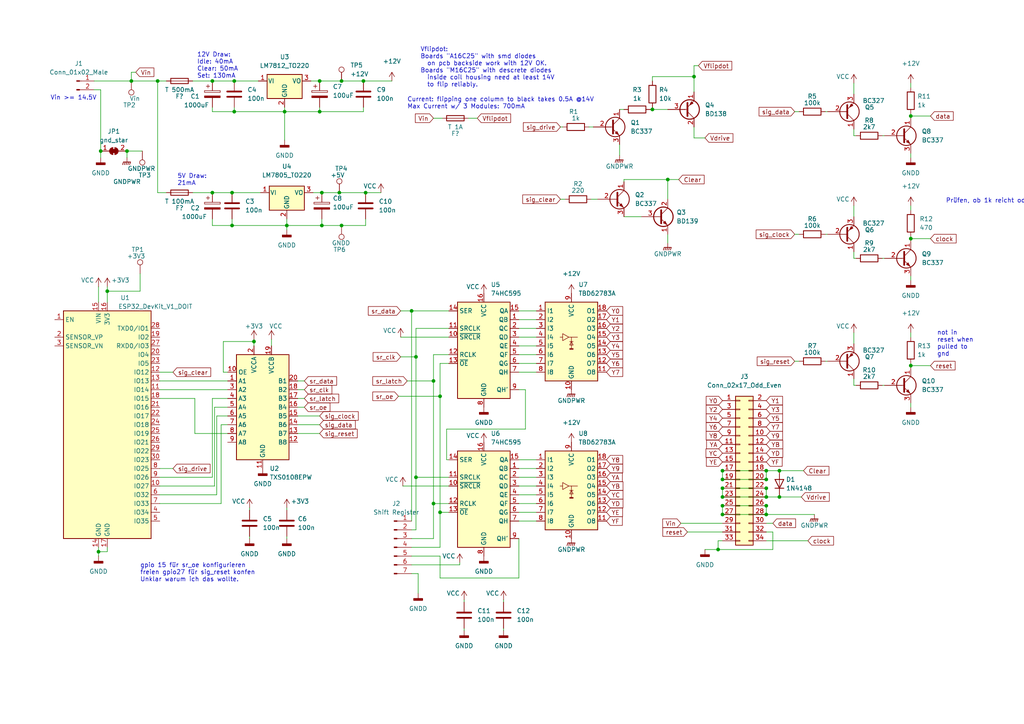
<source format=kicad_sch>
(kicad_sch (version 20211123) (generator eeschema)

  (uuid 80d89bc8-b809-4e58-bc5a-ab4fd0a46070)

  (paper "A4")

  

  (junction (at 67.31 65.405) (diameter 0) (color 0 0 0 0)
    (uuid 03d61a2b-abcd-4e97-a837-d1ebd4aa3d02)
  )
  (junction (at 61.595 23.495) (diameter 0) (color 0 0 0 0)
    (uuid 0a0d72ae-d11c-47d2-bf2c-107871a79d29)
  )
  (junction (at 99.06 23.495) (diameter 0) (color 0 0 0 0)
    (uuid 0bd68cfc-25fe-421f-9238-cc3891cc55d7)
  )
  (junction (at 209.55 136.525) (diameter 0) (color 0 0 0 0)
    (uuid 0ee9a6f9-733b-4eb5-9097-da08b625f4d0)
  )
  (junction (at 264.16 106.045) (diameter 0) (color 0 0 0 0)
    (uuid 1580fbc7-38b8-47f3-9bfd-55124a0fb65a)
  )
  (junction (at 209.55 144.145) (diameter 0) (color 0 0 0 0)
    (uuid 161a10ee-7b22-47c9-9e9c-53f177f13872)
  )
  (junction (at 93.345 55.88) (diameter 0) (color 0 0 0 0)
    (uuid 1674c21c-f029-4156-9d33-2a2e5a380493)
  )
  (junction (at 222.25 149.225) (diameter 0) (color 0 0 0 0)
    (uuid 18c71b36-e024-46e8-a54a-c9e48fc26834)
  )
  (junction (at 61.595 55.88) (diameter 0) (color 0 0 0 0)
    (uuid 2300b859-a34e-497a-b2f3-8add8d046207)
  )
  (junction (at 209.55 141.605) (diameter 0) (color 0 0 0 0)
    (uuid 262c933e-72b6-4ba0-8ef7-b5b9c2407842)
  )
  (junction (at 125.73 146.05) (diameter 0) (color 0 0 0 0)
    (uuid 29a95051-0792-43f5-b2ee-edadcea3d6e1)
  )
  (junction (at 82.55 32.385) (diameter 0) (color 0 0 0 0)
    (uuid 29ea344a-3b9f-4d88-9599-a366f70a516d)
  )
  (junction (at 38.1 23.495) (diameter 0) (color 0 0 0 0)
    (uuid 2cb6c0df-bad4-435b-a872-ea8a2a54cdc7)
  )
  (junction (at 193.675 52.07) (diameter 0) (color 0 0 0 0)
    (uuid 31e57640-6623-442a-b674-48bc3b40ca71)
  )
  (junction (at 222.25 136.525) (diameter 0) (color 0 0 0 0)
    (uuid 32d2e4c2-6947-4e2f-9e34-508e77d02374)
  )
  (junction (at 189.23 31.75) (diameter 0) (color 0 0 0 0)
    (uuid 3d62f834-74e4-468a-a15d-553824edaedd)
  )
  (junction (at 222.25 144.145) (diameter 0) (color 0 0 0 0)
    (uuid 44b5058c-a197-4b73-b41a-38e734a5e3eb)
  )
  (junction (at 264.16 33.655) (diameter 0) (color 0 0 0 0)
    (uuid 47a0f057-4773-4f4c-9d58-68e0aa1f0d84)
  )
  (junction (at 120.65 138.43) (diameter 0) (color 0 0 0 0)
    (uuid 4fdc15c2-b25a-44d1-b5ef-569144e9b4c9)
  )
  (junction (at 67.945 32.385) (diameter 0) (color 0 0 0 0)
    (uuid 56dc401e-3e88-4ea1-a5a0-a9568b75be97)
  )
  (junction (at 209.55 146.685) (diameter 0) (color 0 0 0 0)
    (uuid 662aa996-ff67-4eba-93ee-57ffc8d1630b)
  )
  (junction (at 92.71 23.495) (diameter 0) (color 0 0 0 0)
    (uuid 6815f41c-593b-43b0-9179-ba5a1b3741f8)
  )
  (junction (at 92.71 32.385) (diameter 0) (color 0 0 0 0)
    (uuid 70d2a342-79ba-4299-bac6-66851fc9598d)
  )
  (junction (at 209.55 149.225) (diameter 0) (color 0 0 0 0)
    (uuid 71b08e21-22a5-44a8-b29b-5c553d5a1a83)
  )
  (junction (at 222.25 139.065) (diameter 0) (color 0 0 0 0)
    (uuid 74308b4c-b926-4f71-a496-f43c340efb08)
  )
  (junction (at 29.21 43.815) (diameter 0) (color 0 0 0 0)
    (uuid 7565d38a-47ae-492d-aa2d-71ec9545c80f)
  )
  (junction (at 31.115 84.455) (diameter 0) (color 0 0 0 0)
    (uuid 7a0ce641-3e5f-435f-a773-931c3b1227ff)
  )
  (junction (at 93.345 65.405) (diameter 0) (color 0 0 0 0)
    (uuid 800df61a-c839-4ae2-9776-1c907dac8c19)
  )
  (junction (at 28.575 160.02) (diameter 0) (color 0 0 0 0)
    (uuid 8041ca59-ad9d-45e6-92de-4eaac532cf61)
  )
  (junction (at 226.06 144.145) (diameter 0) (color 0 0 0 0)
    (uuid 8510aa39-4c8f-46a4-b9e8-70869cf81d16)
  )
  (junction (at 125.73 110.49) (diameter 0) (color 0 0 0 0)
    (uuid 8e6813e0-724e-47e2-874c-9fc1828de9af)
  )
  (junction (at 67.945 23.495) (diameter 0) (color 0 0 0 0)
    (uuid 9140f8ef-b42b-491b-adca-37141dbefe8c)
  )
  (junction (at 73.66 99.06) (diameter 0) (color 0 0 0 0)
    (uuid 9f9f60ad-533a-44df-aa09-312f8817d3b2)
  )
  (junction (at 67.31 55.88) (diameter 0) (color 0 0 0 0)
    (uuid a3287ac3-eccb-4911-b32f-8fe846d3494e)
  )
  (junction (at 127.635 148.59) (diameter 0) (color 0 0 0 0)
    (uuid a5e8ce99-318a-4cb8-b020-c55886449336)
  )
  (junction (at 36.83 43.815) (diameter 0) (color 0 0 0 0)
    (uuid a99e3efe-2666-4390-b32b-2b38de17d460)
  )
  (junction (at 127.635 114.935) (diameter 0) (color 0 0 0 0)
    (uuid adac86a2-d060-40a4-8571-9fb35e3bb6b2)
  )
  (junction (at 99.06 65.405) (diameter 0) (color 0 0 0 0)
    (uuid b198b2d3-2370-4f1c-81e7-64453a1ac5b2)
  )
  (junction (at 83.185 65.405) (diameter 0) (color 0 0 0 0)
    (uuid b36f3659-8959-45bf-a984-dd34ffb12e95)
  )
  (junction (at 209.55 139.065) (diameter 0) (color 0 0 0 0)
    (uuid bb220b4e-1f14-461e-b9e5-cd475f011c41)
  )
  (junction (at 120.65 103.505) (diameter 0) (color 0 0 0 0)
    (uuid bd9d809b-2c43-449d-a4e3-77e2e87763da)
  )
  (junction (at 222.25 146.685) (diameter 0) (color 0 0 0 0)
    (uuid c68a64ca-7dc5-4a86-aa51-353d74916d24)
  )
  (junction (at 106.045 55.88) (diameter 0) (color 0 0 0 0)
    (uuid c6d7d5ca-ee84-4a75-a850-af840f3d2d00)
  )
  (junction (at 201.295 22.225) (diameter 0) (color 0 0 0 0)
    (uuid cc338c22-e0af-458c-bdbc-32a8e93a8314)
  )
  (junction (at 264.16 69.215) (diameter 0) (color 0 0 0 0)
    (uuid cdd83089-470f-41ea-b88a-ff3dcbbfe16c)
  )
  (junction (at 98.425 55.88) (diameter 0) (color 0 0 0 0)
    (uuid ced0c5a3-f0f8-4d7b-9e99-76ea11f94bdb)
  )
  (junction (at 208.28 159.385) (diameter 0) (color 0 0 0 0)
    (uuid d3216c8a-1736-4439-8053-e7f15f85ecb0)
  )
  (junction (at 222.25 141.605) (diameter 0) (color 0 0 0 0)
    (uuid e14abb2a-f63c-43d6-83da-9affc0987943)
  )
  (junction (at 45.72 23.495) (diameter 0) (color 0 0 0 0)
    (uuid e8b499cc-63d4-418d-a0e3-3b0edcbf0124)
  )
  (junction (at 226.06 136.525) (diameter 0) (color 0 0 0 0)
    (uuid ebaee278-ea46-443c-b535-95069f8a9fef)
  )
  (junction (at 105.41 23.495) (diameter 0) (color 0 0 0 0)
    (uuid f4849bb7-199f-4377-899e-5661ecacab0f)
  )
  (junction (at 119.38 90.17) (diameter 0) (color 0 0 0 0)
    (uuid f960ce81-67e2-423d-a71d-8a3a2640c64f)
  )

  (wire (pts (xy 120.65 153.67) (xy 119.38 153.67))
    (stroke (width 0) (type default) (color 0 0 0 0))
    (uuid 0171ab37-7acd-429a-a7da-7212daaf2961)
  )
  (wire (pts (xy 264.16 44.45) (xy 264.16 45.72))
    (stroke (width 0) (type default) (color 0 0 0 0))
    (uuid 018515c2-03e3-4de5-b13c-c0a4c0fd29ca)
  )
  (wire (pts (xy 86.36 113.03) (xy 88.265 113.03))
    (stroke (width 0) (type default) (color 0 0 0 0))
    (uuid 018da33a-ad14-407e-9df6-60b687972890)
  )
  (wire (pts (xy 86.36 123.19) (xy 92.71 123.19))
    (stroke (width 0) (type default) (color 0 0 0 0))
    (uuid 01ed6396-b8da-4070-878e-5ccc8dc9c875)
  )
  (wire (pts (xy 127.635 114.935) (xy 127.635 105.41))
    (stroke (width 0) (type default) (color 0 0 0 0))
    (uuid 028c11de-cc03-472d-8e08-3e2278c237d1)
  )
  (wire (pts (xy 116.205 103.505) (xy 120.65 103.505))
    (stroke (width 0) (type default) (color 0 0 0 0))
    (uuid 033e5e43-2be3-44a2-8a71-a604c3ee65c4)
  )
  (wire (pts (xy 133.35 163.83) (xy 133.35 163.195))
    (stroke (width 0) (type default) (color 0 0 0 0))
    (uuid 04a79605-9b48-4618-a006-72d0e7aa32ff)
  )
  (wire (pts (xy 127.635 158.75) (xy 127.635 148.59))
    (stroke (width 0) (type default) (color 0 0 0 0))
    (uuid 060a8235-4c3c-4603-ae24-4dc4232f7bfc)
  )
  (wire (pts (xy 64.135 146.05) (xy 64.135 123.19))
    (stroke (width 0) (type default) (color 0 0 0 0))
    (uuid 06bc59f1-1e4a-4d6d-b751-03b15a03be04)
  )
  (wire (pts (xy 92.71 32.385) (xy 82.55 32.385))
    (stroke (width 0) (type default) (color 0 0 0 0))
    (uuid 06c757dd-648c-4831-a5bf-b09ce6c877c0)
  )
  (wire (pts (xy 73.66 99.06) (xy 64.77 99.06))
    (stroke (width 0) (type default) (color 0 0 0 0))
    (uuid 073ecde1-b64a-4225-81ac-5f4bee4b2ae3)
  )
  (wire (pts (xy 72.39 155.575) (xy 72.39 156.21))
    (stroke (width 0) (type default) (color 0 0 0 0))
    (uuid 0b01debe-59bd-4aa4-af84-8e6bb8018975)
  )
  (wire (pts (xy 150.495 140.97) (xy 155.575 140.97))
    (stroke (width 0) (type default) (color 0 0 0 0))
    (uuid 0b8644da-6c48-459b-81f4-0d15cfb97cab)
  )
  (wire (pts (xy 92.71 23.495) (xy 99.06 23.495))
    (stroke (width 0) (type default) (color 0 0 0 0))
    (uuid 0bc3de64-b131-4968-9781-4bbd628c0f2a)
  )
  (wire (pts (xy 248.285 39.37) (xy 247.65 39.37))
    (stroke (width 0) (type default) (color 0 0 0 0))
    (uuid 0bf0b103-982b-4edb-8f3c-31b39c59173e)
  )
  (wire (pts (xy 61.595 32.385) (xy 61.595 31.115))
    (stroke (width 0) (type default) (color 0 0 0 0))
    (uuid 0bf99f6b-d6b1-4e85-977b-1eb74d487d62)
  )
  (wire (pts (xy 189.23 31.115) (xy 189.23 31.75))
    (stroke (width 0) (type default) (color 0 0 0 0))
    (uuid 0cd8465a-20a9-428e-a805-78b75348686f)
  )
  (wire (pts (xy 130.175 102.87) (xy 125.73 102.87))
    (stroke (width 0) (type default) (color 0 0 0 0))
    (uuid 0cdf8d28-c281-49de-8dce-5641a535029f)
  )
  (wire (pts (xy 62.865 120.65) (xy 62.865 143.51))
    (stroke (width 0) (type default) (color 0 0 0 0))
    (uuid 0ce30d4a-98ca-4f44-9194-9c4d52de1ec4)
  )
  (wire (pts (xy 86.36 110.49) (xy 88.265 110.49))
    (stroke (width 0) (type default) (color 0 0 0 0))
    (uuid 0d36ac52-396e-48e3-8392-93f9612cc854)
  )
  (wire (pts (xy 248.285 74.93) (xy 247.65 74.93))
    (stroke (width 0) (type default) (color 0 0 0 0))
    (uuid 0ed40224-3214-4204-b4dc-4d82d2408c00)
  )
  (wire (pts (xy 83.185 65.405) (xy 83.185 66.675))
    (stroke (width 0) (type default) (color 0 0 0 0))
    (uuid 10331b36-1e2d-49e5-8557-8a253a513ff9)
  )
  (wire (pts (xy 99.06 65.405) (xy 93.345 65.405))
    (stroke (width 0) (type default) (color 0 0 0 0))
    (uuid 103b02c5-81ee-45b5-b2c7-46b659b0aa56)
  )
  (wire (pts (xy 67.945 32.385) (xy 61.595 32.385))
    (stroke (width 0) (type default) (color 0 0 0 0))
    (uuid 1053d421-e340-4f03-a5a1-a855dac6fffd)
  )
  (wire (pts (xy 31.115 84.455) (xy 31.115 87.63))
    (stroke (width 0) (type default) (color 0 0 0 0))
    (uuid 10acd3a6-f2b2-4c66-a9bf-c4fbb84a9a90)
  )
  (wire (pts (xy 36.83 43.815) (xy 36.83 45.72))
    (stroke (width 0) (type default) (color 0 0 0 0))
    (uuid 17a8d555-3988-483a-8a2a-6e94db2fbf51)
  )
  (wire (pts (xy 264.16 116.84) (xy 264.16 118.11))
    (stroke (width 0) (type default) (color 0 0 0 0))
    (uuid 1ad1ee19-6da4-42de-9355-7e382a2cbdb4)
  )
  (wire (pts (xy 201.295 26.67) (xy 201.295 22.225))
    (stroke (width 0) (type default) (color 0 0 0 0))
    (uuid 1afcbe6c-1b42-494c-9f7a-d115602d9a9a)
  )
  (wire (pts (xy 118.11 110.49) (xy 125.73 110.49))
    (stroke (width 0) (type default) (color 0 0 0 0))
    (uuid 1bc588c6-924b-448a-a2a8-213258a41d82)
  )
  (wire (pts (xy 226.06 144.145) (xy 232.41 144.145))
    (stroke (width 0) (type default) (color 0 0 0 0))
    (uuid 1c50113e-3b89-42ea-b455-5213e5ee1482)
  )
  (wire (pts (xy 264.16 33.655) (xy 264.16 34.29))
    (stroke (width 0) (type default) (color 0 0 0 0))
    (uuid 1d48afd6-512a-495b-a043-15e44e76246e)
  )
  (wire (pts (xy 150.495 146.05) (xy 155.575 146.05))
    (stroke (width 0) (type default) (color 0 0 0 0))
    (uuid 1e8b3a30-e213-46e6-a855-309d5dc769a5)
  )
  (wire (pts (xy 83.185 63.5) (xy 83.185 65.405))
    (stroke (width 0) (type default) (color 0 0 0 0))
    (uuid 1f9c38f6-3cc6-4b48-b086-4be23ad5fe90)
  )
  (wire (pts (xy 247.65 24.13) (xy 247.65 27.305))
    (stroke (width 0) (type default) (color 0 0 0 0))
    (uuid 216326a2-8477-4b52-863f-684539c94e1b)
  )
  (wire (pts (xy 239.395 32.385) (xy 240.03 32.385))
    (stroke (width 0) (type default) (color 0 0 0 0))
    (uuid 2281516c-12c6-4f71-a4d7-1c10a4eb045f)
  )
  (wire (pts (xy 40.64 84.455) (xy 31.115 84.455))
    (stroke (width 0) (type default) (color 0 0 0 0))
    (uuid 23782758-29b6-402c-ad29-a1d0a5a77ebe)
  )
  (wire (pts (xy 163.195 36.83) (xy 162.56 36.83))
    (stroke (width 0) (type default) (color 0 0 0 0))
    (uuid 24f3323b-ff04-4161-991f-3de863941c4b)
  )
  (wire (pts (xy 61.595 63.5) (xy 61.595 65.405))
    (stroke (width 0) (type default) (color 0 0 0 0))
    (uuid 265ecac5-9499-43ab-99bc-5c72917e4ca4)
  )
  (wire (pts (xy 46.355 138.43) (xy 61.595 138.43))
    (stroke (width 0) (type default) (color 0 0 0 0))
    (uuid 269fc16b-a1ed-4714-a09f-07f0146a81a3)
  )
  (wire (pts (xy 66.04 115.57) (xy 61.595 115.57))
    (stroke (width 0) (type default) (color 0 0 0 0))
    (uuid 29b7491b-11c6-4b03-8086-840cba8b3520)
  )
  (wire (pts (xy 150.495 92.71) (xy 155.575 92.71))
    (stroke (width 0) (type default) (color 0 0 0 0))
    (uuid 29eab619-690f-40eb-9cc2-f91e8d04312a)
  )
  (wire (pts (xy 150.495 133.35) (xy 155.575 133.35))
    (stroke (width 0) (type default) (color 0 0 0 0))
    (uuid 2a8b1789-6de2-4c22-b310-1a13f445ea38)
  )
  (wire (pts (xy 189.23 31.75) (xy 193.675 31.75))
    (stroke (width 0) (type default) (color 0 0 0 0))
    (uuid 2bd17819-1de8-42fb-8a2c-cbf38026b94d)
  )
  (wire (pts (xy 39.37 20.955) (xy 38.1 20.955))
    (stroke (width 0) (type default) (color 0 0 0 0))
    (uuid 2d083d33-5a5b-4490-a829-b4ba31c3d35a)
  )
  (wire (pts (xy 55.88 23.495) (xy 61.595 23.495))
    (stroke (width 0) (type default) (color 0 0 0 0))
    (uuid 2ddf7b00-4d0e-429a-8abe-2cda07c07b43)
  )
  (wire (pts (xy 90.805 55.88) (xy 93.345 55.88))
    (stroke (width 0) (type default) (color 0 0 0 0))
    (uuid 2edb418f-c7a3-4348-9757-d7ddf42b2325)
  )
  (wire (pts (xy 106.045 63.5) (xy 106.045 65.405))
    (stroke (width 0) (type default) (color 0 0 0 0))
    (uuid 2ff923a5-3e65-4c5b-a8da-a3d43df967d8)
  )
  (wire (pts (xy 28.575 83.185) (xy 28.575 87.63))
    (stroke (width 0) (type default) (color 0 0 0 0))
    (uuid 312cb0c0-832a-432b-9ccf-92cc754f3d3c)
  )
  (wire (pts (xy 171.45 57.785) (xy 173.355 57.785))
    (stroke (width 0) (type default) (color 0 0 0 0))
    (uuid 34d234de-1b5f-432a-b5e8-57ee0e449662)
  )
  (wire (pts (xy 127.635 161.29) (xy 119.38 161.29))
    (stroke (width 0) (type default) (color 0 0 0 0))
    (uuid 368a786f-fcca-47f1-a18a-072f5369c5b5)
  )
  (wire (pts (xy 67.31 65.405) (xy 83.185 65.405))
    (stroke (width 0) (type default) (color 0 0 0 0))
    (uuid 37624d33-07e9-437d-ba18-bd2647cb98f3)
  )
  (wire (pts (xy 73.66 98.425) (xy 73.66 99.06))
    (stroke (width 0) (type default) (color 0 0 0 0))
    (uuid 380110a9-c9fd-490c-a19f-2af95e767a3c)
  )
  (wire (pts (xy 222.25 156.845) (xy 234.315 156.845))
    (stroke (width 0) (type default) (color 0 0 0 0))
    (uuid 382416ee-92db-493d-81a9-9aaca4dcef3e)
  )
  (wire (pts (xy 239.395 67.945) (xy 240.03 67.945))
    (stroke (width 0) (type default) (color 0 0 0 0))
    (uuid 3898a68d-02e5-4501-84ff-a6ae08f790de)
  )
  (wire (pts (xy 83.185 147.32) (xy 83.185 147.955))
    (stroke (width 0) (type default) (color 0 0 0 0))
    (uuid 397bec90-e045-4d8a-9136-1f2939d4914a)
  )
  (wire (pts (xy 119.38 166.37) (xy 121.285 166.37))
    (stroke (width 0) (type default) (color 0 0 0 0))
    (uuid 3bbe7b9f-84c8-463f-a25c-db7e81a9de65)
  )
  (wire (pts (xy 127.635 148.59) (xy 127.635 114.935))
    (stroke (width 0) (type default) (color 0 0 0 0))
    (uuid 3bbf68ea-7ed7-41fa-ab37-bac2a0b6cdcf)
  )
  (wire (pts (xy 62.23 118.11) (xy 66.04 118.11))
    (stroke (width 0) (type default) (color 0 0 0 0))
    (uuid 3c68a9f5-e5e4-4fb5-8485-d346ab9df0a4)
  )
  (wire (pts (xy 106.045 55.88) (xy 110.49 55.88))
    (stroke (width 0) (type default) (color 0 0 0 0))
    (uuid 3d42c53d-63e5-4e4c-9b19-6db8f302d5ce)
  )
  (wire (pts (xy 224.155 159.385) (xy 208.28 159.385))
    (stroke (width 0) (type default) (color 0 0 0 0))
    (uuid 3d7ab83e-571c-4c95-baf0-e150a9f110dc)
  )
  (wire (pts (xy 46.355 146.05) (xy 64.135 146.05))
    (stroke (width 0) (type default) (color 0 0 0 0))
    (uuid 3f92db0e-37e8-4e6b-8ddb-77f86a17cfa8)
  )
  (wire (pts (xy 152.4 124.46) (xy 129.54 124.46))
    (stroke (width 0) (type default) (color 0 0 0 0))
    (uuid 3fe9a48b-78df-437a-8e66-5eedbd0469ad)
  )
  (wire (pts (xy 264.16 96.52) (xy 264.16 97.79))
    (stroke (width 0) (type default) (color 0 0 0 0))
    (uuid 4236ef43-ec1a-45ad-be89-091257bfcc41)
  )
  (wire (pts (xy 93.345 55.88) (xy 98.425 55.88))
    (stroke (width 0) (type default) (color 0 0 0 0))
    (uuid 46b09a85-042b-4d6a-8ba0-a7b9fa7f3c3b)
  )
  (wire (pts (xy 61.595 55.88) (xy 67.31 55.88))
    (stroke (width 0) (type default) (color 0 0 0 0))
    (uuid 46ee6bd4-13c7-46a5-b915-8cad87229b73)
  )
  (wire (pts (xy 255.905 74.93) (xy 256.54 74.93))
    (stroke (width 0) (type default) (color 0 0 0 0))
    (uuid 47c27c37-a56d-4a02-a656-4f1b3991cd61)
  )
  (wire (pts (xy 222.25 149.225) (xy 236.22 149.225))
    (stroke (width 0) (type default) (color 0 0 0 0))
    (uuid 47c3290a-9e30-48db-b33d-c84034fcef6a)
  )
  (wire (pts (xy 230.505 32.385) (xy 231.775 32.385))
    (stroke (width 0) (type default) (color 0 0 0 0))
    (uuid 4ba71937-e3d3-4510-af40-ec8e5b6c6d70)
  )
  (wire (pts (xy 134.62 182.245) (xy 134.62 182.88))
    (stroke (width 0) (type default) (color 0 0 0 0))
    (uuid 5177750f-571c-4f6b-a308-cd29b5a4c5aa)
  )
  (wire (pts (xy 119.38 158.75) (xy 127.635 158.75))
    (stroke (width 0) (type default) (color 0 0 0 0))
    (uuid 51ab0f02-00d8-481a-8497-e42db0a857a0)
  )
  (wire (pts (xy 264.16 59.69) (xy 264.16 60.96))
    (stroke (width 0) (type default) (color 0 0 0 0))
    (uuid 52e4bd15-3e6c-41b2-b4a2-7f2c0ec17451)
  )
  (wire (pts (xy 125.73 110.49) (xy 125.73 146.05))
    (stroke (width 0) (type default) (color 0 0 0 0))
    (uuid 5437e978-e155-4251-be05-1f8f1da457ff)
  )
  (wire (pts (xy 45.72 55.88) (xy 48.26 55.88))
    (stroke (width 0) (type default) (color 0 0 0 0))
    (uuid 55b2f02e-86b7-4438-bb56-53252363e756)
  )
  (wire (pts (xy 180.975 62.865) (xy 186.055 62.865))
    (stroke (width 0) (type default) (color 0 0 0 0))
    (uuid 56cc0992-caaa-4886-b3a0-83569530e5fd)
  )
  (wire (pts (xy 150.495 97.79) (xy 155.575 97.79))
    (stroke (width 0) (type default) (color 0 0 0 0))
    (uuid 5898dbdf-9a1b-4f4c-b476-84e70029b143)
  )
  (wire (pts (xy 222.25 151.765) (xy 224.155 151.765))
    (stroke (width 0) (type default) (color 0 0 0 0))
    (uuid 590b9b69-fddf-4bb0-97b9-514d4d5361b7)
  )
  (wire (pts (xy 209.55 139.065) (xy 222.25 139.065))
    (stroke (width 0) (type default) (color 0 0 0 0))
    (uuid 595e677f-ac79-4337-a30d-5791a17105ba)
  )
  (wire (pts (xy 82.55 32.385) (xy 67.945 32.385))
    (stroke (width 0) (type default) (color 0 0 0 0))
    (uuid 5a5ff805-77b4-4bff-9d87-bdd612c244af)
  )
  (wire (pts (xy 209.55 136.525) (xy 209.55 139.065))
    (stroke (width 0) (type default) (color 0 0 0 0))
    (uuid 5ba91c52-00e1-4a15-8118-4fb044fd7750)
  )
  (wire (pts (xy 180.975 52.07) (xy 180.975 52.705))
    (stroke (width 0) (type default) (color 0 0 0 0))
    (uuid 5daf7a98-fd2c-4c75-acf8-45bdfe325cd8)
  )
  (wire (pts (xy 224.155 154.305) (xy 224.155 159.385))
    (stroke (width 0) (type default) (color 0 0 0 0))
    (uuid 5e868172-3b0f-454a-8563-e61f7c4a96a5)
  )
  (wire (pts (xy 150.495 107.95) (xy 155.575 107.95))
    (stroke (width 0) (type default) (color 0 0 0 0))
    (uuid 5e921594-9080-46cf-a6f9-5c882aa7cc89)
  )
  (wire (pts (xy 189.23 22.225) (xy 189.23 23.495))
    (stroke (width 0) (type default) (color 0 0 0 0))
    (uuid 5ee0e005-6265-484f-9888-1738e2b8623c)
  )
  (wire (pts (xy 46.355 143.51) (xy 62.865 143.51))
    (stroke (width 0) (type default) (color 0 0 0 0))
    (uuid 60442db8-a728-4082-95ae-faba7332ddf2)
  )
  (wire (pts (xy 264.16 69.215) (xy 264.16 69.85))
    (stroke (width 0) (type default) (color 0 0 0 0))
    (uuid 616a7bc1-6ce1-47b7-95ec-6141d1f9fa34)
  )
  (wire (pts (xy 106.045 65.405) (xy 99.06 65.405))
    (stroke (width 0) (type default) (color 0 0 0 0))
    (uuid 62228e7c-6ee0-4568-b2e9-0ae3033d5d12)
  )
  (wire (pts (xy 209.55 141.605) (xy 222.25 141.605))
    (stroke (width 0) (type default) (color 0 0 0 0))
    (uuid 6443195e-942a-4781-9567-1dda5236a4ce)
  )
  (wire (pts (xy 29.21 26.035) (xy 27.305 26.035))
    (stroke (width 0) (type default) (color 0 0 0 0))
    (uuid 66205764-6d44-40a9-ab49-e9523492b6d3)
  )
  (wire (pts (xy 152.4 113.03) (xy 152.4 124.46))
    (stroke (width 0) (type default) (color 0 0 0 0))
    (uuid 67448d02-c24a-4fbd-86eb-62b4afaaf281)
  )
  (wire (pts (xy 38.1 23.495) (xy 45.72 23.495))
    (stroke (width 0) (type default) (color 0 0 0 0))
    (uuid 67b0d133-e14b-4b56-ad3d-b8acfd41fa33)
  )
  (wire (pts (xy 193.675 57.785) (xy 193.675 52.07))
    (stroke (width 0) (type default) (color 0 0 0 0))
    (uuid 67c4261e-1840-4307-a0ce-db8fec9bf59d)
  )
  (wire (pts (xy 46.355 135.89) (xy 50.165 135.89))
    (stroke (width 0) (type default) (color 0 0 0 0))
    (uuid 6818933f-696e-4b70-82de-b50bba43ab40)
  )
  (wire (pts (xy 125.73 102.87) (xy 125.73 110.49))
    (stroke (width 0) (type default) (color 0 0 0 0))
    (uuid 686e83b9-e037-49c8-ad11-c8c19317d5b9)
  )
  (wire (pts (xy 129.54 133.35) (xy 130.175 133.35))
    (stroke (width 0) (type default) (color 0 0 0 0))
    (uuid 6a278671-bb57-4d7f-93da-25ff82bbdce9)
  )
  (wire (pts (xy 230.505 104.775) (xy 231.775 104.775))
    (stroke (width 0) (type default) (color 0 0 0 0))
    (uuid 6a7581f1-19a0-44c2-b4ea-07d8e0fcccab)
  )
  (wire (pts (xy 105.41 32.385) (xy 92.71 32.385))
    (stroke (width 0) (type default) (color 0 0 0 0))
    (uuid 6b6a1787-eca0-44e3-bb15-f34a837dff7b)
  )
  (wire (pts (xy 222.25 141.605) (xy 222.25 144.145))
    (stroke (width 0) (type default) (color 0 0 0 0))
    (uuid 6b8df514-4e70-4053-b285-3466d197fa8e)
  )
  (wire (pts (xy 61.595 115.57) (xy 61.595 138.43))
    (stroke (width 0) (type default) (color 0 0 0 0))
    (uuid 6ba19dc2-dcae-4ffc-896d-cab4a78feb27)
  )
  (wire (pts (xy 31.115 83.185) (xy 31.115 84.455))
    (stroke (width 0) (type default) (color 0 0 0 0))
    (uuid 6cd6a7a3-8966-414b-860d-702e644cbd71)
  )
  (wire (pts (xy 209.55 149.225) (xy 222.25 149.225))
    (stroke (width 0) (type default) (color 0 0 0 0))
    (uuid 6f403bf0-b994-491b-865a-1df4622b3495)
  )
  (wire (pts (xy 264.16 106.045) (xy 264.16 106.68))
    (stroke (width 0) (type default) (color 0 0 0 0))
    (uuid 6f73bfc6-5a4c-4dc2-a227-6de1aa837a5e)
  )
  (wire (pts (xy 67.31 63.5) (xy 67.31 65.405))
    (stroke (width 0) (type default) (color 0 0 0 0))
    (uuid 708cee4c-2a3c-48cd-a0eb-32d5a0f1ceff)
  )
  (wire (pts (xy 83.185 155.575) (xy 83.185 156.21))
    (stroke (width 0) (type default) (color 0 0 0 0))
    (uuid 70b436af-3a78-425e-99d8-c4b6cbcd7064)
  )
  (wire (pts (xy 115.57 114.935) (xy 127.635 114.935))
    (stroke (width 0) (type default) (color 0 0 0 0))
    (uuid 7459d32d-f597-4b69-a493-d44c833c9173)
  )
  (wire (pts (xy 209.55 146.685) (xy 209.55 149.225))
    (stroke (width 0) (type default) (color 0 0 0 0))
    (uuid 7632e4cf-d494-4b4c-988c-45ae2ee45d4b)
  )
  (wire (pts (xy 264.16 33.02) (xy 264.16 33.655))
    (stroke (width 0) (type default) (color 0 0 0 0))
    (uuid 76ca19e4-abe4-4901-8b82-7c2c26e8bc13)
  )
  (wire (pts (xy 105.41 23.495) (xy 113.665 23.495))
    (stroke (width 0) (type default) (color 0 0 0 0))
    (uuid 783702b8-a19d-4c24-9f0d-bab179115366)
  )
  (wire (pts (xy 36.83 43.815) (xy 41.275 43.815))
    (stroke (width 0) (type default) (color 0 0 0 0))
    (uuid 7933fe5e-bc60-4dea-8dec-86c4d68edae8)
  )
  (wire (pts (xy 150.495 156.21) (xy 150.495 167.64))
    (stroke (width 0) (type default) (color 0 0 0 0))
    (uuid 7d0dfdb4-86c6-4d43-955e-e4a55b90e5c3)
  )
  (wire (pts (xy 40.64 79.375) (xy 40.64 84.455))
    (stroke (width 0) (type default) (color 0 0 0 0))
    (uuid 7eb13d2d-cd62-4721-a598-1290a4867e85)
  )
  (wire (pts (xy 150.495 138.43) (xy 155.575 138.43))
    (stroke (width 0) (type default) (color 0 0 0 0))
    (uuid 7eb96ad3-29fd-4b01-ba4f-5c1bb4e170e1)
  )
  (wire (pts (xy 134.62 173.99) (xy 134.62 174.625))
    (stroke (width 0) (type default) (color 0 0 0 0))
    (uuid 7ebf7075-7bdc-4f37-aab2-6bac1a336833)
  )
  (wire (pts (xy 99.06 23.495) (xy 105.41 23.495))
    (stroke (width 0) (type default) (color 0 0 0 0))
    (uuid 7f2e3854-4c0d-41e8-a91e-c14b523b197a)
  )
  (wire (pts (xy 150.495 100.33) (xy 155.575 100.33))
    (stroke (width 0) (type default) (color 0 0 0 0))
    (uuid 805df14c-dd12-4ea1-932f-320275d021fa)
  )
  (wire (pts (xy 46.355 115.57) (xy 56.515 115.57))
    (stroke (width 0) (type default) (color 0 0 0 0))
    (uuid 82d961c3-a434-442d-8deb-8ec4373890fd)
  )
  (wire (pts (xy 179.705 41.91) (xy 179.705 45.085))
    (stroke (width 0) (type default) (color 0 0 0 0))
    (uuid 84f7265a-99ef-456f-9ac3-325fdeea13a4)
  )
  (wire (pts (xy 264.16 80.01) (xy 264.16 81.28))
    (stroke (width 0) (type default) (color 0 0 0 0))
    (uuid 850b879a-d6d9-45b5-8deb-79babffb8fe8)
  )
  (wire (pts (xy 90.17 23.495) (xy 92.71 23.495))
    (stroke (width 0) (type default) (color 0 0 0 0))
    (uuid 8521d2ea-1e6e-4355-b62e-45d892158a67)
  )
  (wire (pts (xy 204.47 159.385) (xy 208.28 159.385))
    (stroke (width 0) (type default) (color 0 0 0 0))
    (uuid 858107db-db9e-42c2-9bff-1a3c526c68a6)
  )
  (wire (pts (xy 116.84 140.97) (xy 130.175 140.97))
    (stroke (width 0) (type default) (color 0 0 0 0))
    (uuid 85a6b9e0-35d0-459c-83b0-7998429255dd)
  )
  (wire (pts (xy 125.73 34.29) (xy 128.27 34.29))
    (stroke (width 0) (type default) (color 0 0 0 0))
    (uuid 85d44aae-71a3-45d9-9d71-b996028955cc)
  )
  (wire (pts (xy 125.73 146.05) (xy 125.73 156.21))
    (stroke (width 0) (type default) (color 0 0 0 0))
    (uuid 8603c220-907e-4209-8b30-c7e18e14b453)
  )
  (wire (pts (xy 129.54 124.46) (xy 129.54 133.35))
    (stroke (width 0) (type default) (color 0 0 0 0))
    (uuid 86a073d4-8cf7-4766-b6c6-91fc8dff211a)
  )
  (wire (pts (xy 208.28 159.385) (xy 208.28 156.845))
    (stroke (width 0) (type default) (color 0 0 0 0))
    (uuid 872055b8-73e5-4003-b906-380fc1fdedac)
  )
  (wire (pts (xy 46.355 113.03) (xy 66.04 113.03))
    (stroke (width 0) (type default) (color 0 0 0 0))
    (uuid 87ba2290-c1e3-4897-af0b-64f7494ade45)
  )
  (wire (pts (xy 197.485 151.765) (xy 209.55 151.765))
    (stroke (width 0) (type default) (color 0 0 0 0))
    (uuid 89455cb1-5724-49e7-800a-11435fd89420)
  )
  (wire (pts (xy 31.115 158.75) (xy 31.115 160.02))
    (stroke (width 0) (type default) (color 0 0 0 0))
    (uuid 8aa3b0e0-d66e-40c4-9189-fac4a359be9d)
  )
  (wire (pts (xy 150.495 151.13) (xy 155.575 151.13))
    (stroke (width 0) (type default) (color 0 0 0 0))
    (uuid 8b6f938b-f660-40e3-9d0b-c10fad9a568b)
  )
  (wire (pts (xy 248.285 111.76) (xy 247.65 111.76))
    (stroke (width 0) (type default) (color 0 0 0 0))
    (uuid 8b8538c4-c0a1-4ec3-9918-89c2da18d7e1)
  )
  (wire (pts (xy 78.74 98.425) (xy 78.74 100.33))
    (stroke (width 0) (type default) (color 0 0 0 0))
    (uuid 90a88a7e-0490-4a8f-b70c-92d0a3ba155e)
  )
  (wire (pts (xy 239.395 104.775) (xy 240.03 104.775))
    (stroke (width 0) (type default) (color 0 0 0 0))
    (uuid 92050885-77de-4dbb-b1c0-8074b20f0ad7)
  )
  (wire (pts (xy 64.135 123.19) (xy 66.04 123.19))
    (stroke (width 0) (type default) (color 0 0 0 0))
    (uuid 928db154-085e-407b-8ca4-b46950d5bb42)
  )
  (wire (pts (xy 120.65 103.505) (xy 120.65 138.43))
    (stroke (width 0) (type default) (color 0 0 0 0))
    (uuid 92c43f9e-a6bb-4e7c-bc50-ff5dd5de760f)
  )
  (wire (pts (xy 222.25 144.145) (xy 226.06 144.145))
    (stroke (width 0) (type default) (color 0 0 0 0))
    (uuid 938d1b33-2709-4876-a4db-788569b218a8)
  )
  (wire (pts (xy 64.77 107.95) (xy 66.04 107.95))
    (stroke (width 0) (type default) (color 0 0 0 0))
    (uuid 93a4d88e-bc96-4dfa-9e44-3eb80a73e779)
  )
  (wire (pts (xy 201.295 19.05) (xy 202.565 19.05))
    (stroke (width 0) (type default) (color 0 0 0 0))
    (uuid 95c60966-c338-4d75-9abd-6912aa6f2a12)
  )
  (wire (pts (xy 222.25 136.525) (xy 222.25 139.065))
    (stroke (width 0) (type default) (color 0 0 0 0))
    (uuid 97f949d9-5feb-4fc6-ad1e-2ce37c503179)
  )
  (wire (pts (xy 105.41 31.115) (xy 105.41 32.385))
    (stroke (width 0) (type default) (color 0 0 0 0))
    (uuid 981d2819-63d9-4641-95e1-e8a734fd78c0)
  )
  (wire (pts (xy 247.65 59.69) (xy 247.65 62.865))
    (stroke (width 0) (type default) (color 0 0 0 0))
    (uuid 98f7daa8-6b05-44c2-8d46-bd4da99370b0)
  )
  (wire (pts (xy 38.1 20.955) (xy 38.1 23.495))
    (stroke (width 0) (type default) (color 0 0 0 0))
    (uuid 996ab8b0-eba3-4863-9ce7-48af80a42d6c)
  )
  (wire (pts (xy 67.31 55.88) (xy 75.565 55.88))
    (stroke (width 0) (type default) (color 0 0 0 0))
    (uuid 99e1ea36-909d-4ba3-aacd-8122483bf661)
  )
  (wire (pts (xy 150.495 167.64) (xy 127.635 167.64))
    (stroke (width 0) (type default) (color 0 0 0 0))
    (uuid 9e2754fc-0d4f-438d-9191-2c0a4fc6e6a4)
  )
  (wire (pts (xy 264.16 33.655) (xy 269.875 33.655))
    (stroke (width 0) (type default) (color 0 0 0 0))
    (uuid 9ef71133-0280-45ff-ae15-1a3cd7c163fc)
  )
  (wire (pts (xy 222.25 136.525) (xy 226.06 136.525))
    (stroke (width 0) (type default) (color 0 0 0 0))
    (uuid 9ff7da25-ceaa-4f88-8e32-8cc80b8562ad)
  )
  (wire (pts (xy 46.355 140.97) (xy 62.23 140.97))
    (stroke (width 0) (type default) (color 0 0 0 0))
    (uuid a156f89a-6f27-4fc9-81fa-2b954353981f)
  )
  (wire (pts (xy 146.05 182.245) (xy 146.05 182.88))
    (stroke (width 0) (type default) (color 0 0 0 0))
    (uuid a1cffb09-cc31-4c18-85ad-1768f0ef954e)
  )
  (wire (pts (xy 193.675 52.07) (xy 180.975 52.07))
    (stroke (width 0) (type default) (color 0 0 0 0))
    (uuid a2527cfc-0995-4609-b9da-8b5652c1decb)
  )
  (wire (pts (xy 67.945 23.495) (xy 74.93 23.495))
    (stroke (width 0) (type default) (color 0 0 0 0))
    (uuid a2d4d7a2-e257-4938-8ec4-fb459931a86b)
  )
  (wire (pts (xy 119.38 90.17) (xy 130.175 90.17))
    (stroke (width 0) (type default) (color 0 0 0 0))
    (uuid a34a6b65-50c5-49d3-870a-d9aece34fd5e)
  )
  (wire (pts (xy 27.305 23.495) (xy 38.1 23.495))
    (stroke (width 0) (type default) (color 0 0 0 0))
    (uuid a3e34f36-98cc-4876-9aba-f8f0c4324c32)
  )
  (wire (pts (xy 67.945 31.115) (xy 67.945 32.385))
    (stroke (width 0) (type default) (color 0 0 0 0))
    (uuid a5920bbf-fa89-490d-8804-2f9ce7d446ad)
  )
  (wire (pts (xy 180.975 31.75) (xy 179.705 31.75))
    (stroke (width 0) (type default) (color 0 0 0 0))
    (uuid ab38ac8c-d772-4e31-8ef8-dea419571927)
  )
  (wire (pts (xy 135.89 34.29) (xy 138.43 34.29))
    (stroke (width 0) (type default) (color 0 0 0 0))
    (uuid ab429406-f15d-4587-a3b8-7b47eb2f72b9)
  )
  (wire (pts (xy 55.88 55.88) (xy 61.595 55.88))
    (stroke (width 0) (type default) (color 0 0 0 0))
    (uuid ad389895-eba3-48be-ab40-2e8a6ac5b595)
  )
  (wire (pts (xy 208.28 156.845) (xy 209.55 156.845))
    (stroke (width 0) (type default) (color 0 0 0 0))
    (uuid ad9ec1bf-2c27-41d7-9ab0-2b6ec57d31f5)
  )
  (wire (pts (xy 56.515 115.57) (xy 56.515 125.73))
    (stroke (width 0) (type default) (color 0 0 0 0))
    (uuid af34e542-efa1-4567-9311-f9b86dbdd198)
  )
  (wire (pts (xy 29.21 26.035) (xy 29.21 43.815))
    (stroke (width 0) (type default) (color 0 0 0 0))
    (uuid af4287af-e66b-480f-822e-d0ffb08f6407)
  )
  (wire (pts (xy 264.16 68.58) (xy 264.16 69.215))
    (stroke (width 0) (type default) (color 0 0 0 0))
    (uuid af56e0f6-2afa-4c55-a98c-26a10671cdbc)
  )
  (wire (pts (xy 46.355 110.49) (xy 66.04 110.49))
    (stroke (width 0) (type default) (color 0 0 0 0))
    (uuid b16e7e6c-d815-44ec-9b6e-3bdeba9596c2)
  )
  (wire (pts (xy 199.39 154.305) (xy 209.55 154.305))
    (stroke (width 0) (type default) (color 0 0 0 0))
    (uuid b1dd2fa6-6ced-4610-9c9a-e0f5131a40b7)
  )
  (wire (pts (xy 209.55 141.605) (xy 209.55 144.145))
    (stroke (width 0) (type default) (color 0 0 0 0))
    (uuid b20227fb-9ae1-4b16-9c95-e5177d42f2f7)
  )
  (wire (pts (xy 150.495 148.59) (xy 155.575 148.59))
    (stroke (width 0) (type default) (color 0 0 0 0))
    (uuid b332478a-3546-4092-9f1e-828135d83b9d)
  )
  (wire (pts (xy 120.65 138.43) (xy 130.175 138.43))
    (stroke (width 0) (type default) (color 0 0 0 0))
    (uuid b3bfab97-a514-4793-9a93-fd3af7546170)
  )
  (wire (pts (xy 150.495 105.41) (xy 155.575 105.41))
    (stroke (width 0) (type default) (color 0 0 0 0))
    (uuid b4e7b94f-534c-4414-8157-ef498f08874b)
  )
  (wire (pts (xy 45.72 55.88) (xy 45.72 23.495))
    (stroke (width 0) (type default) (color 0 0 0 0))
    (uuid b6da8327-0bdc-4ca9-9cd6-3d9f90f4f8e6)
  )
  (wire (pts (xy 146.05 173.99) (xy 146.05 174.625))
    (stroke (width 0) (type default) (color 0 0 0 0))
    (uuid b8a1aaea-5458-4315-a4a3-ea2e36c384e4)
  )
  (wire (pts (xy 28.575 160.02) (xy 28.575 161.29))
    (stroke (width 0) (type default) (color 0 0 0 0))
    (uuid b96ec42c-6d52-4a9e-8c13-935f6c256e7e)
  )
  (wire (pts (xy 170.815 36.83) (xy 172.085 36.83))
    (stroke (width 0) (type default) (color 0 0 0 0))
    (uuid b9708401-1e0e-4c4f-9dbd-fa7c4bf38260)
  )
  (wire (pts (xy 264.16 69.215) (xy 269.875 69.215))
    (stroke (width 0) (type default) (color 0 0 0 0))
    (uuid b99b98e8-feff-44c7-a789-0ef3bb7d1d9a)
  )
  (wire (pts (xy 121.285 166.37) (xy 121.285 172.085))
    (stroke (width 0) (type default) (color 0 0 0 0))
    (uuid ba28ee65-7348-4746-aa4e-dc20e4167293)
  )
  (wire (pts (xy 98.425 55.88) (xy 106.045 55.88))
    (stroke (width 0) (type default) (color 0 0 0 0))
    (uuid bb1ba22e-dc0f-478e-8b87-ba75410617de)
  )
  (wire (pts (xy 86.36 118.11) (xy 88.265 118.11))
    (stroke (width 0) (type default) (color 0 0 0 0))
    (uuid bbe60993-b495-4cc0-91ed-cb63482e4322)
  )
  (wire (pts (xy 120.65 95.25) (xy 120.65 103.505))
    (stroke (width 0) (type default) (color 0 0 0 0))
    (uuid bd8f8ee9-9791-4f2a-8061-cae7132af4b3)
  )
  (wire (pts (xy 56.515 125.73) (xy 66.04 125.73))
    (stroke (width 0) (type default) (color 0 0 0 0))
    (uuid beaf8fa1-72b4-4456-8cad-4cdae7739152)
  )
  (wire (pts (xy 61.595 23.495) (xy 67.945 23.495))
    (stroke (width 0) (type default) (color 0 0 0 0))
    (uuid bed5de69-8c88-43f0-90cf-6f23f777f07a)
  )
  (wire (pts (xy 61.595 65.405) (xy 67.31 65.405))
    (stroke (width 0) (type default) (color 0 0 0 0))
    (uuid bf05fea5-85b1-470f-81a3-2c2cab69bbf4)
  )
  (wire (pts (xy 120.65 138.43) (xy 120.65 153.67))
    (stroke (width 0) (type default) (color 0 0 0 0))
    (uuid c3d9ed98-39e7-460a-bc32-1e761a09cd09)
  )
  (wire (pts (xy 193.675 67.945) (xy 193.675 70.485))
    (stroke (width 0) (type default) (color 0 0 0 0))
    (uuid c4c61379-d58f-4ee8-91d6-79854ad80d46)
  )
  (wire (pts (xy 264.16 24.13) (xy 264.16 25.4))
    (stroke (width 0) (type default) (color 0 0 0 0))
    (uuid c4f19120-1cc7-4d1e-8a6f-1a7ad19cd8df)
  )
  (wire (pts (xy 130.175 95.25) (xy 120.65 95.25))
    (stroke (width 0) (type default) (color 0 0 0 0))
    (uuid c5391dea-0827-4f3a-a0e7-3fa9f2476bcb)
  )
  (wire (pts (xy 150.495 102.87) (xy 155.575 102.87))
    (stroke (width 0) (type default) (color 0 0 0 0))
    (uuid c5525d37-b5a6-432c-b624-165109f49879)
  )
  (wire (pts (xy 255.905 39.37) (xy 256.54 39.37))
    (stroke (width 0) (type default) (color 0 0 0 0))
    (uuid c5bbf62e-4451-498b-a8e5-2619eedebe7e)
  )
  (wire (pts (xy 29.21 43.815) (xy 29.21 45.72))
    (stroke (width 0) (type default) (color 0 0 0 0))
    (uuid c624f26d-7588-4e30-86ea-a253e490a5e5)
  )
  (wire (pts (xy 92.71 31.115) (xy 92.71 32.385))
    (stroke (width 0) (type default) (color 0 0 0 0))
    (uuid c6776444-35d7-4b85-8eca-ec957061d448)
  )
  (wire (pts (xy 82.55 31.115) (xy 82.55 32.385))
    (stroke (width 0) (type default) (color 0 0 0 0))
    (uuid c71e288d-e5e7-4813-85e1-25d2a4d0370b)
  )
  (wire (pts (xy 93.345 63.5) (xy 93.345 65.405))
    (stroke (width 0) (type default) (color 0 0 0 0))
    (uuid c92852e3-9852-4870-abb3-11d335fb88ca)
  )
  (wire (pts (xy 119.38 163.83) (xy 133.35 163.83))
    (stroke (width 0) (type default) (color 0 0 0 0))
    (uuid c92e9f54-8589-4b22-a707-b182abd5c7d7)
  )
  (wire (pts (xy 62.23 140.97) (xy 62.23 118.11))
    (stroke (width 0) (type default) (color 0 0 0 0))
    (uuid cafa8c9f-fcc4-4b99-b95b-06e8fe608d2e)
  )
  (wire (pts (xy 264.16 105.41) (xy 264.16 106.045))
    (stroke (width 0) (type default) (color 0 0 0 0))
    (uuid cc5dc00c-4275-4d35-8092-803f33dbe938)
  )
  (wire (pts (xy 255.905 111.76) (xy 256.54 111.76))
    (stroke (width 0) (type default) (color 0 0 0 0))
    (uuid cce46085-ea65-47a2-aa68-1d4afd3f94e3)
  )
  (wire (pts (xy 150.495 135.89) (xy 155.575 135.89))
    (stroke (width 0) (type default) (color 0 0 0 0))
    (uuid ce38409b-66c5-4e71-8a5d-38ace26c9e11)
  )
  (wire (pts (xy 127.635 167.64) (xy 127.635 161.29))
    (stroke (width 0) (type default) (color 0 0 0 0))
    (uuid ce813467-6290-400a-9dee-95d550334435)
  )
  (wire (pts (xy 86.36 115.57) (xy 88.265 115.57))
    (stroke (width 0) (type default) (color 0 0 0 0))
    (uuid cef64064-7509-4733-9265-4d925eaeb628)
  )
  (wire (pts (xy 150.495 143.51) (xy 155.575 143.51))
    (stroke (width 0) (type default) (color 0 0 0 0))
    (uuid cfcdde6c-21e8-4c04-8183-5244fb1829c3)
  )
  (wire (pts (xy 119.38 90.17) (xy 119.38 151.13))
    (stroke (width 0) (type default) (color 0 0 0 0))
    (uuid d08b859e-a13e-4584-bdb4-84dd93e8d129)
  )
  (wire (pts (xy 150.495 95.25) (xy 155.575 95.25))
    (stroke (width 0) (type default) (color 0 0 0 0))
    (uuid d0c8ff72-4499-4f04-a35a-93039bdf43c2)
  )
  (wire (pts (xy 204.47 40.005) (xy 201.295 40.005))
    (stroke (width 0) (type default) (color 0 0 0 0))
    (uuid d35145b0-9fe7-47b4-9eae-6dae2a2e82c8)
  )
  (wire (pts (xy 209.55 136.525) (xy 222.25 136.525))
    (stroke (width 0) (type default) (color 0 0 0 0))
    (uuid d3617c5e-5c8c-455f-93b2-c52386c0990b)
  )
  (wire (pts (xy 230.505 67.945) (xy 231.775 67.945))
    (stroke (width 0) (type default) (color 0 0 0 0))
    (uuid d4e1cb95-826d-463b-a710-a762df7509a3)
  )
  (wire (pts (xy 201.295 40.005) (xy 201.295 36.83))
    (stroke (width 0) (type default) (color 0 0 0 0))
    (uuid d68dfa1a-6f7b-4a40-bc8b-23c277fa6a7a)
  )
  (wire (pts (xy 46.355 107.95) (xy 50.165 107.95))
    (stroke (width 0) (type default) (color 0 0 0 0))
    (uuid d71502e1-2cee-41c6-9d4d-9201b3b7937e)
  )
  (wire (pts (xy 247.65 111.76) (xy 247.65 109.855))
    (stroke (width 0) (type default) (color 0 0 0 0))
    (uuid d7574965-1573-4de6-be9d-3e6f46837e25)
  )
  (wire (pts (xy 66.04 120.65) (xy 62.865 120.65))
    (stroke (width 0) (type default) (color 0 0 0 0))
    (uuid d7aba425-e81d-41b2-8e8a-8596e726a19b)
  )
  (wire (pts (xy 64.77 99.06) (xy 64.77 107.95))
    (stroke (width 0) (type default) (color 0 0 0 0))
    (uuid d9c912a3-06c0-4168-927b-7cfcf4f74f00)
  )
  (wire (pts (xy 127.635 105.41) (xy 130.175 105.41))
    (stroke (width 0) (type default) (color 0 0 0 0))
    (uuid d9e1330a-7e59-4003-997f-eb878df15a68)
  )
  (wire (pts (xy 162.56 57.785) (xy 163.83 57.785))
    (stroke (width 0) (type default) (color 0 0 0 0))
    (uuid daeb2806-ded4-4125-b9e8-92776ce7b136)
  )
  (wire (pts (xy 222.25 149.225) (xy 222.25 146.685))
    (stroke (width 0) (type default) (color 0 0 0 0))
    (uuid db0f10c2-336a-4902-ba45-3ca554f1cc6b)
  )
  (wire (pts (xy 247.65 96.52) (xy 247.65 99.695))
    (stroke (width 0) (type default) (color 0 0 0 0))
    (uuid dbe4d691-ad38-44af-a500-1cd724f34f29)
  )
  (wire (pts (xy 82.55 32.385) (xy 82.55 40.64))
    (stroke (width 0) (type default) (color 0 0 0 0))
    (uuid e096505c-b703-43e9-a19b-8c820c6b3f2f)
  )
  (wire (pts (xy 201.295 22.225) (xy 189.23 22.225))
    (stroke (width 0) (type default) (color 0 0 0 0))
    (uuid e1bfd4ae-d605-4766-8121-0c19c5218aac)
  )
  (wire (pts (xy 86.36 120.65) (xy 92.71 120.65))
    (stroke (width 0) (type default) (color 0 0 0 0))
    (uuid e2295c4d-30e1-42f4-b406-bca16f58b32c)
  )
  (wire (pts (xy 130.175 148.59) (xy 127.635 148.59))
    (stroke (width 0) (type default) (color 0 0 0 0))
    (uuid e2df2a53-347e-4941-a60f-b20a164e5fd5)
  )
  (wire (pts (xy 125.73 156.21) (xy 119.38 156.21))
    (stroke (width 0) (type default) (color 0 0 0 0))
    (uuid e302444f-00b7-42c1-851b-c5e8c1aa3896)
  )
  (wire (pts (xy 116.205 90.17) (xy 119.38 90.17))
    (stroke (width 0) (type default) (color 0 0 0 0))
    (uuid e32ca46b-3b6e-49a0-b0cf-95238fe4d8b2)
  )
  (wire (pts (xy 209.55 146.685) (xy 222.25 146.685))
    (stroke (width 0) (type default) (color 0 0 0 0))
    (uuid e50ca3d5-9405-40e6-ba13-e0bf467137fb)
  )
  (wire (pts (xy 83.185 65.405) (xy 93.345 65.405))
    (stroke (width 0) (type default) (color 0 0 0 0))
    (uuid e70ec677-060b-4455-93e8-71df902eaf59)
  )
  (wire (pts (xy 264.16 106.045) (xy 269.875 106.045))
    (stroke (width 0) (type default) (color 0 0 0 0))
    (uuid e72f37cd-99a1-41f1-8f9e-e5b9f5bbe70d)
  )
  (wire (pts (xy 193.675 52.07) (xy 196.85 52.07))
    (stroke (width 0) (type default) (color 0 0 0 0))
    (uuid e7831392-f964-41d1-a0e3-8461d1958a35)
  )
  (wire (pts (xy 86.36 125.73) (xy 92.71 125.73))
    (stroke (width 0) (type default) (color 0 0 0 0))
    (uuid e834f5f1-a6e1-450b-a421-2659b5002892)
  )
  (wire (pts (xy 247.65 39.37) (xy 247.65 37.465))
    (stroke (width 0) (type default) (color 0 0 0 0))
    (uuid e8af0f1f-a00e-49fd-8e88-f2be42fa84af)
  )
  (wire (pts (xy 150.495 113.03) (xy 152.4 113.03))
    (stroke (width 0) (type default) (color 0 0 0 0))
    (uuid e8dd2910-0c86-4110-ad19-fe507c4435d5)
  )
  (wire (pts (xy 209.55 144.145) (xy 222.25 144.145))
    (stroke (width 0) (type default) (color 0 0 0 0))
    (uuid e92835ad-0612-4dd7-b65c-f5423c1fe014)
  )
  (wire (pts (xy 116.205 97.79) (xy 130.175 97.79))
    (stroke (width 0) (type default) (color 0 0 0 0))
    (uuid ecc5f73f-e45d-40ed-9861-0d51a8914ec7)
  )
  (wire (pts (xy 188.595 31.75) (xy 189.23 31.75))
    (stroke (width 0) (type default) (color 0 0 0 0))
    (uuid ecfde0b2-924f-4e2e-8a46-a9693501ae9c)
  )
  (wire (pts (xy 45.72 23.495) (xy 48.26 23.495))
    (stroke (width 0) (type default) (color 0 0 0 0))
    (uuid ed9ab9c4-985b-48f5-8a1a-4086679daf24)
  )
  (wire (pts (xy 201.295 19.05) (xy 201.295 22.225))
    (stroke (width 0) (type default) (color 0 0 0 0))
    (uuid eece9d5f-24b4-4f2e-b7cd-68e22e3934df)
  )
  (wire (pts (xy 150.495 90.17) (xy 155.575 90.17))
    (stroke (width 0) (type default) (color 0 0 0 0))
    (uuid f146cd15-b3e2-498d-825b-df9b32440015)
  )
  (wire (pts (xy 222.25 154.305) (xy 224.155 154.305))
    (stroke (width 0) (type default) (color 0 0 0 0))
    (uuid f2291ee9-6ce1-46af-a1d1-127782b51e9e)
  )
  (wire (pts (xy 28.575 158.75) (xy 28.575 160.02))
    (stroke (width 0) (type default) (color 0 0 0 0))
    (uuid f38dfd20-b66b-4ac9-8ad1-a73e24a6c114)
  )
  (wire (pts (xy 125.73 146.05) (xy 130.175 146.05))
    (stroke (width 0) (type default) (color 0 0 0 0))
    (uuid f8ab7e9f-8f4b-4bfe-9d09-1575d8ae6c83)
  )
  (wire (pts (xy 226.06 136.525) (xy 233.045 136.525))
    (stroke (width 0) (type default) (color 0 0 0 0))
    (uuid f910943f-b679-4b14-8e75-deb91247ceae)
  )
  (wire (pts (xy 247.65 74.93) (xy 247.65 73.025))
    (stroke (width 0) (type default) (color 0 0 0 0))
    (uuid f9dc71c9-ee0f-4dd5-a379-2989f43c889b)
  )
  (wire (pts (xy 31.115 160.02) (xy 28.575 160.02))
    (stroke (width 0) (type default) (color 0 0 0 0))
    (uuid fa4d9f1b-2062-402e-a16e-bf55db7f0549)
  )
  (wire (pts (xy 73.66 99.06) (xy 73.66 100.33))
    (stroke (width 0) (type default) (color 0 0 0 0))
    (uuid fb7a1a67-22ed-448d-8923-992ebe1f1bd4)
  )
  (wire (pts (xy 72.39 147.32) (xy 72.39 147.955))
    (stroke (width 0) (type default) (color 0 0 0 0))
    (uuid fe934e8a-4a4e-44ff-be9a-b8122219bc64)
  )

  (text "Vin >= 14.5V" (at 14.605 29.21 0)
    (effects (font (size 1.27 1.27)) (justify left bottom))
    (uuid 4b83862e-3ecd-4e46-936d-eb3c75672377)
  )
  (text "5V Draw:\n21mA" (at 51.435 53.975 0)
    (effects (font (size 1.27 1.27)) (justify left bottom))
    (uuid 6f4dbb61-58b5-48ec-89cc-bce720e3de6d)
  )
  (text "not in \nreset when \npulled to \ngnd" (at 271.78 103.505 0)
    (effects (font (size 1.27 1.27)) (justify left bottom))
    (uuid 91e6309b-4c9f-468a-bd8c-e874458b5621)
  )
  (text "Current: flipping one column to black takes 0.5A @14V\nMax Current w/ 3 Modules: 700mA"
    (at 118.11 31.75 0)
    (effects (font (size 1.27 1.27)) (justify left bottom))
    (uuid aedcc90b-4037-4ab7-8ee6-c99244473a5a)
  )
  (text "Prüfen, ob 1k reicht oder wirklich 500 ohm notwendig für clock"
    (at 274.32 59.055 0)
    (effects (font (size 1.27 1.27)) (justify left bottom))
    (uuid b4cbc956-e377-4bec-843d-56b585ef9be2)
  )
  (text "Vflipdot: \nBoards \"A16C25\" with smd diodes \n  on pcb backside work with 12V OK.\nBoards \"M16C25\" with descrete diodes \n  inside coil housing need at least 14V \n  to flip reliably.\n"
    (at 121.92 25.4 0)
    (effects (font (size 1.27 1.27)) (justify left bottom))
    (uuid cbd1d37a-3b4d-44c7-87bb-45b163f068e0)
  )
  (text "12V Draw:\nIdle: 40mA\nClear: 50mA\nSet: 130mA" (at 57.15 22.86 0)
    (effects (font (size 1.27 1.27)) (justify left bottom))
    (uuid d9ae7f89-8995-4471-a431-dabc7df85cfd)
  )
  (text "gpio 15 für sr_oe konfigurieren\nfreien gpio27 für sig_reset konfen\nUnklar warum ich das wollte."
    (at 40.64 168.91 0)
    (effects (font (size 1.27 1.27)) (justify left bottom))
    (uuid f4e1d05d-9f72-464e-85f5-1635a101621b)
  )

  (global_label "Y1" (shape input) (at 222.25 116.205 0) (fields_autoplaced)
    (effects (font (size 1.27 1.27)) (justify left))
    (uuid 023cfcdf-7442-4984-8567-bb5ca9925ef6)
    (property "Intersheet References" "${INTERSHEET_REFS}" (id 0) (at 226.9612 116.1256 0)
      (effects (font (size 1.27 1.27)) (justify left) hide)
    )
  )
  (global_label "data" (shape input) (at 269.875 33.655 0) (fields_autoplaced)
    (effects (font (size 1.27 1.27)) (justify left))
    (uuid 02867fea-123c-4d93-b3d3-2c0b887fc42c)
    (property "Intersheet References" "${INTERSHEET_REFS}" (id 0) (at 276.461 33.5756 0)
      (effects (font (size 1.27 1.27)) (justify left) hide)
    )
  )
  (global_label "Y4" (shape input) (at 209.55 121.285 180) (fields_autoplaced)
    (effects (font (size 1.27 1.27)) (justify right))
    (uuid 06c7296f-01e5-4540-8470-feb9a7c9f6e0)
    (property "Intersheet References" "${INTERSHEET_REFS}" (id 0) (at 204.8388 121.2056 0)
      (effects (font (size 1.27 1.27)) (justify right) hide)
    )
  )
  (global_label "Y8" (shape input) (at 175.895 133.35 0) (fields_autoplaced)
    (effects (font (size 1.27 1.27)) (justify left))
    (uuid 0cdf1114-2d7e-4768-a8b4-bb7909cbfbd7)
    (property "Intersheet References" "${INTERSHEET_REFS}" (id 0) (at 180.6062 133.4294 0)
      (effects (font (size 1.27 1.27)) (justify left) hide)
    )
  )
  (global_label "Vdrive" (shape input) (at 232.41 144.145 0) (fields_autoplaced)
    (effects (font (size 1.27 1.27)) (justify left))
    (uuid 0ffa94f3-4000-48b8-bf84-3636fe09ee79)
    (property "Intersheet References" "${INTERSHEET_REFS}" (id 0) (at 240.5079 144.0656 0)
      (effects (font (size 1.27 1.27)) (justify left) hide)
    )
  )
  (global_label "sig_data" (shape input) (at 230.505 32.385 180) (fields_autoplaced)
    (effects (font (size 1.27 1.27)) (justify right))
    (uuid 14b634db-f8dd-47d9-af85-be651d02121b)
    (property "Intersheet References" "${INTERSHEET_REFS}" (id 0) (at 220.1695 32.3056 0)
      (effects (font (size 1.27 1.27)) (justify right) hide)
    )
  )
  (global_label "Y4" (shape input) (at 175.895 100.33 0) (fields_autoplaced)
    (effects (font (size 1.27 1.27)) (justify left))
    (uuid 153317bc-b8a3-4787-bbf0-c85ebadceeb3)
    (property "Intersheet References" "${INTERSHEET_REFS}" (id 0) (at 180.6062 100.4094 0)
      (effects (font (size 1.27 1.27)) (justify left) hide)
    )
  )
  (global_label "YC" (shape input) (at 175.895 143.51 0) (fields_autoplaced)
    (effects (font (size 1.27 1.27)) (justify left))
    (uuid 185c75a9-e61e-4b8d-832b-bf885e5e4072)
    (property "Intersheet References" "${INTERSHEET_REFS}" (id 0) (at 180.6667 143.5894 0)
      (effects (font (size 1.27 1.27)) (justify left) hide)
    )
  )
  (global_label "Y7" (shape input) (at 175.895 107.95 0) (fields_autoplaced)
    (effects (font (size 1.27 1.27)) (justify left))
    (uuid 1c9bd7a6-a402-4dd2-9038-86f15fec33a9)
    (property "Intersheet References" "${INTERSHEET_REFS}" (id 0) (at 180.6062 107.8706 0)
      (effects (font (size 1.27 1.27)) (justify left) hide)
    )
  )
  (global_label "YE" (shape input) (at 175.895 148.59 0) (fields_autoplaced)
    (effects (font (size 1.27 1.27)) (justify left))
    (uuid 1d193eb3-769d-4274-a853-de7caa8398fc)
    (property "Intersheet References" "${INTERSHEET_REFS}" (id 0) (at 180.5457 148.6694 0)
      (effects (font (size 1.27 1.27)) (justify left) hide)
    )
  )
  (global_label "Vflipdot" (shape input) (at 202.565 19.05 0) (fields_autoplaced)
    (effects (font (size 1.27 1.27)) (justify left))
    (uuid 23959899-beaf-4361-a826-3d15a3ab88ee)
    (property "Intersheet References" "${INTERSHEET_REFS}" (id 0) (at 212.2352 18.9706 0)
      (effects (font (size 1.27 1.27)) (justify left) hide)
    )
  )
  (global_label "sig_drive" (shape input) (at 162.56 36.83 180) (fields_autoplaced)
    (effects (font (size 1.27 1.27)) (justify right))
    (uuid 24745a8c-8947-416d-9512-664034622da6)
    (property "Intersheet References" "${INTERSHEET_REFS}" (id 0) (at 151.8012 36.9094 0)
      (effects (font (size 1.27 1.27)) (justify right) hide)
    )
  )
  (global_label "Clear" (shape input) (at 233.045 136.525 0) (fields_autoplaced)
    (effects (font (size 1.27 1.27)) (justify left))
    (uuid 27552a01-3154-4885-8c8c-9c331dee61fb)
    (property "Intersheet References" "${INTERSHEET_REFS}" (id 0) (at 240.4171 136.4456 0)
      (effects (font (size 1.27 1.27)) (justify left) hide)
    )
  )
  (global_label "clock" (shape input) (at 234.315 156.845 0) (fields_autoplaced)
    (effects (font (size 1.27 1.27)) (justify left))
    (uuid 28bbe561-1052-4fe8-a894-ad71a954011d)
    (property "Intersheet References" "${INTERSHEET_REFS}" (id 0) (at 241.7476 156.7656 0)
      (effects (font (size 1.27 1.27)) (justify left) hide)
    )
  )
  (global_label "sr_data" (shape input) (at 88.265 110.49 0) (fields_autoplaced)
    (effects (font (size 1.27 1.27)) (justify left))
    (uuid 2ecb9c1d-d332-419c-a102-78d5ffe1cafd)
    (property "Intersheet References" "${INTERSHEET_REFS}" (id 0) (at 97.6329 110.4106 0)
      (effects (font (size 1.27 1.27)) (justify left) hide)
    )
  )
  (global_label "Clear" (shape input) (at 196.85 52.07 0) (fields_autoplaced)
    (effects (font (size 1.27 1.27)) (justify left))
    (uuid 32032bd9-abcd-4918-80eb-4de478741e96)
    (property "Intersheet References" "${INTERSHEET_REFS}" (id 0) (at 204.2221 51.9906 0)
      (effects (font (size 1.27 1.27)) (justify left) hide)
    )
  )
  (global_label "clock" (shape input) (at 269.875 69.215 0) (fields_autoplaced)
    (effects (font (size 1.27 1.27)) (justify left))
    (uuid 42e9197a-bc68-45b0-a6dd-67fbb71a87ae)
    (property "Intersheet References" "${INTERSHEET_REFS}" (id 0) (at 277.3076 69.1356 0)
      (effects (font (size 1.27 1.27)) (justify left) hide)
    )
  )
  (global_label "reset" (shape input) (at 199.39 154.305 180) (fields_autoplaced)
    (effects (font (size 1.27 1.27)) (justify right))
    (uuid 4911fb62-9dc5-4eb0-88dd-ddeb84eb55f4)
    (property "Intersheet References" "${INTERSHEET_REFS}" (id 0) (at 192.2598 154.2256 0)
      (effects (font (size 1.27 1.27)) (justify right) hide)
    )
  )
  (global_label "Y2" (shape input) (at 209.55 118.745 180) (fields_autoplaced)
    (effects (font (size 1.27 1.27)) (justify right))
    (uuid 4a21b442-1b57-4298-bd17-79ec6b4a0036)
    (property "Intersheet References" "${INTERSHEET_REFS}" (id 0) (at 204.8388 118.6656 0)
      (effects (font (size 1.27 1.27)) (justify right) hide)
    )
  )
  (global_label "Y6" (shape input) (at 175.895 105.41 0) (fields_autoplaced)
    (effects (font (size 1.27 1.27)) (justify left))
    (uuid 4f358d88-18b6-48bb-9882-fd370db96291)
    (property "Intersheet References" "${INTERSHEET_REFS}" (id 0) (at 180.6062 105.4894 0)
      (effects (font (size 1.27 1.27)) (justify left) hide)
    )
  )
  (global_label "Y8" (shape input) (at 209.55 126.365 180) (fields_autoplaced)
    (effects (font (size 1.27 1.27)) (justify right))
    (uuid 591046a1-fc4d-4765-a4ec-191895d6d4b9)
    (property "Intersheet References" "${INTERSHEET_REFS}" (id 0) (at 204.8388 126.2856 0)
      (effects (font (size 1.27 1.27)) (justify right) hide)
    )
  )
  (global_label "YF" (shape input) (at 222.25 133.985 0) (fields_autoplaced)
    (effects (font (size 1.27 1.27)) (justify left))
    (uuid 5b2dfb49-65ca-41a1-90bf-f32f5171e7be)
    (property "Intersheet References" "${INTERSHEET_REFS}" (id 0) (at 226.8402 133.9056 0)
      (effects (font (size 1.27 1.27)) (justify left) hide)
    )
  )
  (global_label "sig_clock" (shape input) (at 230.505 67.945 180) (fields_autoplaced)
    (effects (font (size 1.27 1.27)) (justify right))
    (uuid 6140c367-bafa-4216-aefb-6f6d31030bb8)
    (property "Intersheet References" "${INTERSHEET_REFS}" (id 0) (at 219.3229 67.8656 0)
      (effects (font (size 1.27 1.27)) (justify right) hide)
    )
  )
  (global_label "sig_reset" (shape input) (at 230.505 104.775 180) (fields_autoplaced)
    (effects (font (size 1.27 1.27)) (justify right))
    (uuid 669dfe78-69cd-46f9-98e2-68c9e403c642)
    (property "Intersheet References" "${INTERSHEET_REFS}" (id 0) (at 219.6252 104.6956 0)
      (effects (font (size 1.27 1.27)) (justify right) hide)
    )
  )
  (global_label "Y2" (shape input) (at 175.895 95.25 0) (fields_autoplaced)
    (effects (font (size 1.27 1.27)) (justify left))
    (uuid 68f22a2f-2d63-490e-a26a-c3c83a5bba6e)
    (property "Intersheet References" "${INTERSHEET_REFS}" (id 0) (at 180.6062 95.3294 0)
      (effects (font (size 1.27 1.27)) (justify left) hide)
    )
  )
  (global_label "YE" (shape input) (at 209.55 133.985 180) (fields_autoplaced)
    (effects (font (size 1.27 1.27)) (justify right))
    (uuid 70536c86-1d64-4275-abd5-68e37f3265b8)
    (property "Intersheet References" "${INTERSHEET_REFS}" (id 0) (at 204.8993 133.9056 0)
      (effects (font (size 1.27 1.27)) (justify right) hide)
    )
  )
  (global_label "Y9" (shape input) (at 222.25 126.365 0) (fields_autoplaced)
    (effects (font (size 1.27 1.27)) (justify left))
    (uuid 725c140b-6ecc-4d1c-b7df-e7220bd226d3)
    (property "Intersheet References" "${INTERSHEET_REFS}" (id 0) (at 226.9612 126.2856 0)
      (effects (font (size 1.27 1.27)) (justify left) hide)
    )
  )
  (global_label "sr_oe" (shape input) (at 88.265 118.11 0) (fields_autoplaced)
    (effects (font (size 1.27 1.27)) (justify left))
    (uuid 775d8239-d07c-4344-8631-88c10b77098e)
    (property "Intersheet References" "${INTERSHEET_REFS}" (id 0) (at 95.6976 118.1894 0)
      (effects (font (size 1.27 1.27)) (justify left) hide)
    )
  )
  (global_label "sr_oe" (shape input) (at 115.57 114.935 180) (fields_autoplaced)
    (effects (font (size 1.27 1.27)) (justify right))
    (uuid 79be10a0-96ec-42bb-836f-5e76476137f0)
    (property "Intersheet References" "${INTERSHEET_REFS}" (id 0) (at 108.1374 114.8556 0)
      (effects (font (size 1.27 1.27)) (justify right) hide)
    )
  )
  (global_label "YB" (shape input) (at 222.25 128.905 0) (fields_autoplaced)
    (effects (font (size 1.27 1.27)) (justify left))
    (uuid 79d493cc-b256-47da-a943-f64f2dcd919e)
    (property "Intersheet References" "${INTERSHEET_REFS}" (id 0) (at 227.0217 128.8256 0)
      (effects (font (size 1.27 1.27)) (justify left) hide)
    )
  )
  (global_label "Vin" (shape input) (at 125.73 34.29 180) (fields_autoplaced)
    (effects (font (size 1.27 1.27)) (justify right))
    (uuid 7de71432-abdf-45fc-b277-ade0ab437644)
    (property "Intersheet References" "${INTERSHEET_REFS}" (id 0) (at 120.4745 34.2106 0)
      (effects (font (size 1.27 1.27)) (justify right) hide)
    )
  )
  (global_label "sr_latch" (shape input) (at 88.265 115.57 0) (fields_autoplaced)
    (effects (font (size 1.27 1.27)) (justify left))
    (uuid 81027b9e-28f0-4e62-acfb-9c25cfcb3b10)
    (property "Intersheet References" "${INTERSHEET_REFS}" (id 0) (at 98.2376 115.6494 0)
      (effects (font (size 1.27 1.27)) (justify left) hide)
    )
  )
  (global_label "Y3" (shape input) (at 222.25 118.745 0) (fields_autoplaced)
    (effects (font (size 1.27 1.27)) (justify left))
    (uuid 84422c39-e5cb-4c49-a0aa-8a189796d39b)
    (property "Intersheet References" "${INTERSHEET_REFS}" (id 0) (at 226.9612 118.6656 0)
      (effects (font (size 1.27 1.27)) (justify left) hide)
    )
  )
  (global_label "YC" (shape input) (at 209.55 131.445 180) (fields_autoplaced)
    (effects (font (size 1.27 1.27)) (justify right))
    (uuid 88f39882-3fff-437c-aa57-010860079125)
    (property "Intersheet References" "${INTERSHEET_REFS}" (id 0) (at 204.7783 131.3656 0)
      (effects (font (size 1.27 1.27)) (justify right) hide)
    )
  )
  (global_label "Y0" (shape input) (at 175.895 90.17 0) (fields_autoplaced)
    (effects (font (size 1.27 1.27)) (justify left))
    (uuid 8c52bed3-c531-48b3-afd8-c6a3b7935755)
    (property "Intersheet References" "${INTERSHEET_REFS}" (id 0) (at 180.6062 90.2494 0)
      (effects (font (size 1.27 1.27)) (justify left) hide)
    )
  )
  (global_label "YA" (shape input) (at 175.895 138.43 0) (fields_autoplaced)
    (effects (font (size 1.27 1.27)) (justify left))
    (uuid 8d1e5392-6739-40ad-bb5d-20fe4cc8a055)
    (property "Intersheet References" "${INTERSHEET_REFS}" (id 0) (at 180.4852 138.5094 0)
      (effects (font (size 1.27 1.27)) (justify left) hide)
    )
  )
  (global_label "sig_clear" (shape input) (at 50.165 107.95 0) (fields_autoplaced)
    (effects (font (size 1.27 1.27)) (justify left))
    (uuid 8f69f0f3-8ee7-4c80-8f15-e6d207358f38)
    (property "Intersheet References" "${INTERSHEET_REFS}" (id 0) (at 61.1052 108.0294 0)
      (effects (font (size 1.27 1.27)) (justify left) hide)
    )
  )
  (global_label "sig_clock" (shape input) (at 92.71 120.65 0) (fields_autoplaced)
    (effects (font (size 1.27 1.27)) (justify left))
    (uuid a0f90338-7e88-460b-a702-52ae9847f639)
    (property "Intersheet References" "${INTERSHEET_REFS}" (id 0) (at 103.8921 120.7294 0)
      (effects (font (size 1.27 1.27)) (justify left) hide)
    )
  )
  (global_label "Y5" (shape input) (at 222.25 121.285 0) (fields_autoplaced)
    (effects (font (size 1.27 1.27)) (justify left))
    (uuid a451866a-b7a8-4f6b-b25c-f0381b6d777e)
    (property "Intersheet References" "${INTERSHEET_REFS}" (id 0) (at 226.9612 121.2056 0)
      (effects (font (size 1.27 1.27)) (justify left) hide)
    )
  )
  (global_label "YF" (shape input) (at 175.895 151.13 0) (fields_autoplaced)
    (effects (font (size 1.27 1.27)) (justify left))
    (uuid a7d88cc2-8eed-41ec-bdfb-03f65db266b1)
    (property "Intersheet References" "${INTERSHEET_REFS}" (id 0) (at 180.4852 151.0506 0)
      (effects (font (size 1.27 1.27)) (justify left) hide)
    )
  )
  (global_label "Y7" (shape input) (at 222.25 123.825 0) (fields_autoplaced)
    (effects (font (size 1.27 1.27)) (justify left))
    (uuid a8becca9-8691-4934-a567-7134a99656bc)
    (property "Intersheet References" "${INTERSHEET_REFS}" (id 0) (at 226.9612 123.7456 0)
      (effects (font (size 1.27 1.27)) (justify left) hide)
    )
  )
  (global_label "YA" (shape input) (at 209.55 128.905 180) (fields_autoplaced)
    (effects (font (size 1.27 1.27)) (justify right))
    (uuid ae0fcb59-767c-4164-a2cd-435ecb234511)
    (property "Intersheet References" "${INTERSHEET_REFS}" (id 0) (at 204.9598 128.8256 0)
      (effects (font (size 1.27 1.27)) (justify right) hide)
    )
  )
  (global_label "Y5" (shape input) (at 175.895 102.87 0) (fields_autoplaced)
    (effects (font (size 1.27 1.27)) (justify left))
    (uuid b8b619c1-b808-4769-a88a-1646d39bd09d)
    (property "Intersheet References" "${INTERSHEET_REFS}" (id 0) (at 180.6062 102.7906 0)
      (effects (font (size 1.27 1.27)) (justify left) hide)
    )
  )
  (global_label "sig_clear" (shape input) (at 162.56 57.785 180) (fields_autoplaced)
    (effects (font (size 1.27 1.27)) (justify right))
    (uuid bcb424d6-60c0-4d6a-a5f2-8a57da5213ee)
    (property "Intersheet References" "${INTERSHEET_REFS}" (id 0) (at 151.6198 57.7056 0)
      (effects (font (size 1.27 1.27)) (justify right) hide)
    )
  )
  (global_label "Y3" (shape input) (at 175.895 97.79 0) (fields_autoplaced)
    (effects (font (size 1.27 1.27)) (justify left))
    (uuid becb2d1c-d49c-429a-a0b0-33101e91b4c8)
    (property "Intersheet References" "${INTERSHEET_REFS}" (id 0) (at 180.6062 97.7106 0)
      (effects (font (size 1.27 1.27)) (justify left) hide)
    )
  )
  (global_label "Y1" (shape input) (at 175.895 92.71 0) (fields_autoplaced)
    (effects (font (size 1.27 1.27)) (justify left))
    (uuid c4f02c0a-5520-4d42-a8f0-ab8b0ff2d63d)
    (property "Intersheet References" "${INTERSHEET_REFS}" (id 0) (at 180.6062 92.6306 0)
      (effects (font (size 1.27 1.27)) (justify left) hide)
    )
  )
  (global_label "Vdrive" (shape input) (at 204.47 40.005 0) (fields_autoplaced)
    (effects (font (size 1.27 1.27)) (justify left))
    (uuid cbe7d2e6-1b94-422a-a1f2-c24d4e60e3bf)
    (property "Intersheet References" "${INTERSHEET_REFS}" (id 0) (at 212.5679 39.9256 0)
      (effects (font (size 1.27 1.27)) (justify left) hide)
    )
  )
  (global_label "YD" (shape input) (at 175.895 146.05 0) (fields_autoplaced)
    (effects (font (size 1.27 1.27)) (justify left))
    (uuid cfcf2e68-9c71-4cf9-a97f-8ce75b4a3370)
    (property "Intersheet References" "${INTERSHEET_REFS}" (id 0) (at 180.6667 145.9706 0)
      (effects (font (size 1.27 1.27)) (justify left) hide)
    )
  )
  (global_label "data" (shape input) (at 224.155 151.765 0) (fields_autoplaced)
    (effects (font (size 1.27 1.27)) (justify left))
    (uuid d2876b17-bc70-458b-8a6f-4dae831ccb88)
    (property "Intersheet References" "${INTERSHEET_REFS}" (id 0) (at 230.741 151.6856 0)
      (effects (font (size 1.27 1.27)) (justify left) hide)
    )
  )
  (global_label "Y9" (shape input) (at 175.895 135.89 0) (fields_autoplaced)
    (effects (font (size 1.27 1.27)) (justify left))
    (uuid d3c4767c-afb3-41d1-afa9-9c059dc9f4cc)
    (property "Intersheet References" "${INTERSHEET_REFS}" (id 0) (at 180.6062 135.8106 0)
      (effects (font (size 1.27 1.27)) (justify left) hide)
    )
  )
  (global_label "Y0" (shape input) (at 209.55 116.205 180) (fields_autoplaced)
    (effects (font (size 1.27 1.27)) (justify right))
    (uuid d3df4788-5895-4100-8a55-f85d3de748bb)
    (property "Intersheet References" "${INTERSHEET_REFS}" (id 0) (at 204.8388 116.1256 0)
      (effects (font (size 1.27 1.27)) (justify right) hide)
    )
  )
  (global_label "sr_latch" (shape input) (at 118.11 110.49 180) (fields_autoplaced)
    (effects (font (size 1.27 1.27)) (justify right))
    (uuid d4a7bc36-4044-405c-9a7b-3f7aa73739b2)
    (property "Intersheet References" "${INTERSHEET_REFS}" (id 0) (at 108.1374 110.4106 0)
      (effects (font (size 1.27 1.27)) (justify right) hide)
    )
  )
  (global_label "Vin" (shape input) (at 39.37 20.955 0) (fields_autoplaced)
    (effects (font (size 1.27 1.27)) (justify left))
    (uuid d605f50e-70b7-4a44-9b3b-54ada7fdad27)
    (property "Intersheet References" "${INTERSHEET_REFS}" (id 0) (at 44.6255 21.0344 0)
      (effects (font (size 1.27 1.27)) (justify left) hide)
    )
  )
  (global_label "sig_data" (shape input) (at 92.71 123.19 0) (fields_autoplaced)
    (effects (font (size 1.27 1.27)) (justify left))
    (uuid d7d7d1db-6133-456f-9d07-575efb961ef4)
    (property "Intersheet References" "${INTERSHEET_REFS}" (id 0) (at 103.0455 123.2694 0)
      (effects (font (size 1.27 1.27)) (justify left) hide)
    )
  )
  (global_label "YB" (shape input) (at 175.895 140.97 0) (fields_autoplaced)
    (effects (font (size 1.27 1.27)) (justify left))
    (uuid d853300d-b5a8-4ec8-b17d-b8f67158d5b2)
    (property "Intersheet References" "${INTERSHEET_REFS}" (id 0) (at 180.6667 140.8906 0)
      (effects (font (size 1.27 1.27)) (justify left) hide)
    )
  )
  (global_label "YD" (shape input) (at 222.25 131.445 0) (fields_autoplaced)
    (effects (font (size 1.27 1.27)) (justify left))
    (uuid da7f0c6d-cef6-4c16-aaae-cd0694d06999)
    (property "Intersheet References" "${INTERSHEET_REFS}" (id 0) (at 227.0217 131.3656 0)
      (effects (font (size 1.27 1.27)) (justify left) hide)
    )
  )
  (global_label "Vflipdot" (shape input) (at 138.43 34.29 0) (fields_autoplaced)
    (effects (font (size 1.27 1.27)) (justify left))
    (uuid e0c2b20a-5300-4262-bd49-cb5aaef884e8)
    (property "Intersheet References" "${INTERSHEET_REFS}" (id 0) (at 148.1002 34.2106 0)
      (effects (font (size 1.27 1.27)) (justify left) hide)
    )
  )
  (global_label "Y6" (shape input) (at 209.55 123.825 180) (fields_autoplaced)
    (effects (font (size 1.27 1.27)) (justify right))
    (uuid e11594c3-c385-4c9d-b537-cdba391dc0af)
    (property "Intersheet References" "${INTERSHEET_REFS}" (id 0) (at 204.8388 123.7456 0)
      (effects (font (size 1.27 1.27)) (justify right) hide)
    )
  )
  (global_label "reset" (shape input) (at 269.875 106.045 0) (fields_autoplaced)
    (effects (font (size 1.27 1.27)) (justify left))
    (uuid e60d9563-28af-46a0-bd03-72f5f6b32808)
    (property "Intersheet References" "${INTERSHEET_REFS}" (id 0) (at 277.0052 106.1244 0)
      (effects (font (size 1.27 1.27)) (justify left) hide)
    )
  )
  (global_label "sr_data" (shape input) (at 116.205 90.17 180) (fields_autoplaced)
    (effects (font (size 1.27 1.27)) (justify right))
    (uuid e7a3707f-936c-4818-918d-97c6690cea2c)
    (property "Intersheet References" "${INTERSHEET_REFS}" (id 0) (at 106.8371 90.0906 0)
      (effects (font (size 1.27 1.27)) (justify right) hide)
    )
  )
  (global_label "sr_clk" (shape input) (at 88.265 113.03 0) (fields_autoplaced)
    (effects (font (size 1.27 1.27)) (justify left))
    (uuid eebde36a-9cda-4459-a53c-7536d0998b53)
    (property "Intersheet References" "${INTERSHEET_REFS}" (id 0) (at 96.2419 113.1094 0)
      (effects (font (size 1.27 1.27)) (justify left) hide)
    )
  )
  (global_label "sig_reset" (shape input) (at 92.71 125.73 0) (fields_autoplaced)
    (effects (font (size 1.27 1.27)) (justify left))
    (uuid f5469899-860e-42ab-9ef9-f8eca8f1eb52)
    (property "Intersheet References" "${INTERSHEET_REFS}" (id 0) (at 103.5898 125.8094 0)
      (effects (font (size 1.27 1.27)) (justify left) hide)
    )
  )
  (global_label "Vin" (shape input) (at 197.485 151.765 180) (fields_autoplaced)
    (effects (font (size 1.27 1.27)) (justify right))
    (uuid f5cfd9b8-3f52-4160-aed3-bdd22577515a)
    (property "Intersheet References" "${INTERSHEET_REFS}" (id 0) (at 192.2295 151.6856 0)
      (effects (font (size 1.27 1.27)) (justify right) hide)
    )
  )
  (global_label "sr_clk" (shape input) (at 116.205 103.505 180) (fields_autoplaced)
    (effects (font (size 1.27 1.27)) (justify right))
    (uuid fbc513ff-4f9b-4265-9ce5-2e43991489ab)
    (property "Intersheet References" "${INTERSHEET_REFS}" (id 0) (at 108.2281 103.4256 0)
      (effects (font (size 1.27 1.27)) (justify right) hide)
    )
  )
  (global_label "sig_drive" (shape input) (at 50.165 135.89 0) (fields_autoplaced)
    (effects (font (size 1.27 1.27)) (justify left))
    (uuid fe461f9e-8872-4eeb-8d68-b955cde1b938)
    (property "Intersheet References" "${INTERSHEET_REFS}" (id 0) (at 60.9238 135.8106 0)
      (effects (font (size 1.27 1.27)) (justify left) hide)
    )
  )

  (symbol (lib_id "Device:R") (at 189.23 27.305 180) (unit 1)
    (in_bom yes) (on_board yes) (fields_autoplaced)
    (uuid 0176cc66-cd80-400f-bc85-bfaac9adcfd9)
    (property "Reference" "R4" (id 0) (at 191.135 26.0349 0)
      (effects (font (size 1.27 1.27)) (justify right))
    )
    (property "Value" "10k" (id 1) (at 191.135 28.5749 0)
      (effects (font (size 1.27 1.27)) (justify right))
    )
    (property "Footprint" "Resistor_THT:R_Axial_DIN0207_L6.3mm_D2.5mm_P10.16mm_Horizontal" (id 2) (at 191.008 27.305 90)
      (effects (font (size 1.27 1.27)) hide)
    )
    (property "Datasheet" "~" (id 3) (at 189.23 27.305 0)
      (effects (font (size 1.27 1.27)) hide)
    )
    (pin "1" (uuid c65e67cd-6f46-4adc-a379-a60a99a46285))
    (pin "2" (uuid b6c88e78-8b2a-4226-b381-aad477840e54))
  )

  (symbol (lib_id "power:VCC") (at 247.65 59.69 0) (unit 1)
    (in_bom yes) (on_board yes)
    (uuid 026f2f67-ffbb-4c49-8bfe-397523f25066)
    (property "Reference" "#PWR0136" (id 0) (at 247.65 63.5 0)
      (effects (font (size 1.27 1.27)) hide)
    )
    (property "Value" "VCC" (id 1) (at 244.475 57.785 0))
    (property "Footprint" "" (id 2) (at 247.65 59.69 0)
      (effects (font (size 1.27 1.27)) hide)
    )
    (property "Datasheet" "" (id 3) (at 247.65 59.69 0)
      (effects (font (size 1.27 1.27)) hide)
    )
    (pin "1" (uuid e6403b74-661a-4d01-92ab-5432c241b7f6))
  )

  (symbol (lib_id "power:VCC") (at 110.49 55.88 0) (unit 1)
    (in_bom yes) (on_board yes)
    (uuid 086c2229-31de-4ed2-8971-dba30c70f20e)
    (property "Reference" "#PWR0104" (id 0) (at 110.49 59.69 0)
      (effects (font (size 1.27 1.27)) hide)
    )
    (property "Value" "VCC" (id 1) (at 107.315 53.975 0))
    (property "Footprint" "" (id 2) (at 110.49 55.88 0)
      (effects (font (size 1.27 1.27)) hide)
    )
    (property "Datasheet" "" (id 3) (at 110.49 55.88 0)
      (effects (font (size 1.27 1.27)) hide)
    )
    (pin "1" (uuid 6e134f4f-34b6-4cea-9a3f-422025702f57))
  )

  (symbol (lib_id "Device:C_Polarized") (at 61.595 27.305 0) (unit 1)
    (in_bom yes) (on_board yes)
    (uuid 0b9f965f-41de-4a95-8659-eee26cc1b427)
    (property "Reference" "C1" (id 0) (at 55.245 27.94 0)
      (effects (font (size 1.27 1.27)) (justify left))
    )
    (property "Value" "1000uF" (id 1) (at 53.34 30.48 0)
      (effects (font (size 1.27 1.27)) (justify left))
    )
    (property "Footprint" "Capacitor_THT:CP_Radial_D10.0mm_P5.00mm" (id 2) (at 62.5602 31.115 0)
      (effects (font (size 1.27 1.27)) hide)
    )
    (property "Datasheet" "~" (id 3) (at 61.595 27.305 0)
      (effects (font (size 1.27 1.27)) hide)
    )
    (pin "1" (uuid 862996e4-eca7-4591-8920-287809694fd2))
    (pin "2" (uuid de9e2acb-8d31-43c2-b7f5-86ce1ebc27c1))
  )

  (symbol (lib_id "Connector:TestPoint") (at 98.425 55.88 0) (unit 1)
    (in_bom yes) (on_board yes)
    (uuid 0d0bdd25-0f7f-4f98-9e81-851d7866bc0d)
    (property "Reference" "TP4" (id 0) (at 97.155 48.895 0)
      (effects (font (size 1.27 1.27)) (justify left))
    )
    (property "Value" "+5V" (id 1) (at 95.885 50.8 0)
      (effects (font (size 1.27 1.27)) (justify left))
    )
    (property "Footprint" "TestPoint:TestPoint_Bridge_Pitch2.54mm_Drill1.0mm" (id 2) (at 103.505 55.88 0)
      (effects (font (size 1.27 1.27)) hide)
    )
    (property "Datasheet" "~" (id 3) (at 103.505 55.88 0)
      (effects (font (size 1.27 1.27)) hide)
    )
    (pin "1" (uuid 2b68f0d8-b2a1-48b7-a1b8-61027af98f66))
  )

  (symbol (lib_id "Jumper:SolderJumper_2_Bridged") (at 33.02 43.815 0) (unit 1)
    (in_bom yes) (on_board yes) (fields_autoplaced)
    (uuid 12567919-3aa3-4980-9160-98be87bb7c20)
    (property "Reference" "JP1" (id 0) (at 33.02 38.1 0))
    (property "Value" "gnd_star" (id 1) (at 33.02 40.64 0))
    (property "Footprint" "Jumper:SolderJumper-2_P1.3mm_Bridged2Bar_Pad1.0x1.5mm" (id 2) (at 33.02 43.815 0)
      (effects (font (size 1.27 1.27)) hide)
    )
    (property "Datasheet" "~" (id 3) (at 33.02 43.815 0)
      (effects (font (size 1.27 1.27)) hide)
    )
    (pin "1" (uuid 41127af3-ed5c-4e5e-b4f8-b81c7ba7711e))
    (pin "2" (uuid 97760f01-8676-4afb-80ed-173966735a22))
  )

  (symbol (lib_id "power:VCC") (at 28.575 83.185 0) (unit 1)
    (in_bom yes) (on_board yes)
    (uuid 13f925c0-777c-4549-8b93-b616c668894c)
    (property "Reference" "#PWR0102" (id 0) (at 28.575 86.995 0)
      (effects (font (size 1.27 1.27)) hide)
    )
    (property "Value" "VCC" (id 1) (at 25.4 81.28 0))
    (property "Footprint" "" (id 2) (at 28.575 83.185 0)
      (effects (font (size 1.27 1.27)) hide)
    )
    (property "Datasheet" "" (id 3) (at 28.575 83.185 0)
      (effects (font (size 1.27 1.27)) hide)
    )
    (pin "1" (uuid 4bcd2a60-520e-4a07-9514-fac3ce21fc46))
  )

  (symbol (lib_id "Device:R") (at 264.16 101.6 0) (unit 1)
    (in_bom yes) (on_board yes) (fields_autoplaced)
    (uuid 14ea5d5d-e4bf-41bd-95d5-d3a806b97989)
    (property "Reference" "R13" (id 0) (at 266.065 100.3299 0)
      (effects (font (size 1.27 1.27)) (justify left))
    )
    (property "Value" "1k" (id 1) (at 266.065 102.8699 0)
      (effects (font (size 1.27 1.27)) (justify left))
    )
    (property "Footprint" "Resistor_THT:R_Axial_DIN0207_L6.3mm_D2.5mm_P10.16mm_Horizontal" (id 2) (at 262.382 101.6 90)
      (effects (font (size 1.27 1.27)) hide)
    )
    (property "Datasheet" "~" (id 3) (at 264.16 101.6 0)
      (effects (font (size 1.27 1.27)) hide)
    )
    (pin "1" (uuid aa2a2f66-2ee6-4253-8c8b-48d8d2bea289))
    (pin "2" (uuid 37247a70-d6cf-454f-bca2-7e48f8a94d21))
  )

  (symbol (lib_id "Transistor_Array:TBD62783A") (at 165.735 140.97 0) (unit 1)
    (in_bom yes) (on_board yes) (fields_autoplaced)
    (uuid 17493e73-b4dd-41ae-aab7-6ee8e0ef613f)
    (property "Reference" "U8" (id 0) (at 167.7544 125.73 0)
      (effects (font (size 1.27 1.27)) (justify left))
    )
    (property "Value" "TBD62783A" (id 1) (at 167.7544 128.27 0)
      (effects (font (size 1.27 1.27)) (justify left))
    )
    (property "Footprint" "Package_DIP:DIP-18_W7.62mm_LongPads" (id 2) (at 165.735 154.94 0)
      (effects (font (size 1.27 1.27)) hide)
    )
    (property "Datasheet" "http://toshiba.semicon-storage.com/info/docget.jsp?did=30523&prodName=TBD62783APG" (id 3) (at 158.115 130.81 0)
      (effects (font (size 1.27 1.27)) hide)
    )
    (pin "1" (uuid 74989e8e-9aeb-4b0c-ae15-1ebf5194dbce))
    (pin "10" (uuid 08ac2594-8f20-47c3-a0dc-7cf473b22ec7))
    (pin "11" (uuid e48152eb-e213-43a6-8efc-8763a978f65a))
    (pin "12" (uuid 3dacfb15-e6ca-4df4-8f62-325b5d2b849c))
    (pin "13" (uuid a553e04d-815c-42ec-82e6-9af06bff8f72))
    (pin "14" (uuid c3dff355-5769-40cd-bd82-029c796faccc))
    (pin "15" (uuid 6cd2a775-fb7d-476a-ba1f-10a9c6234317))
    (pin "16" (uuid d3b1a705-d3e8-4c30-814f-f03109da4254))
    (pin "17" (uuid 89f2c24f-113e-4902-9629-a47e75ad2d94))
    (pin "18" (uuid a6ee4dfa-5d0b-42e9-8b1f-6f9223af5df6))
    (pin "2" (uuid 4c83b9cc-412c-494b-aba9-b422a6c62f77))
    (pin "3" (uuid 3fa42ca2-eba2-4633-85b6-1df7764831bf))
    (pin "4" (uuid 54740c1f-ca5c-4e62-8bed-a2ffd7fe24bd))
    (pin "5" (uuid e91e0901-048d-4cc1-82ff-a51e1090e4e5))
    (pin "6" (uuid b4635ebc-a7e9-4720-9856-0ad13ab07b46))
    (pin "7" (uuid 9aa062b3-dce0-4ae7-8356-15f795b4422d))
    (pin "8" (uuid 5c96f0a7-6e3c-4620-92c2-fcd551f6f2ed))
    (pin "9" (uuid c35bdb7e-587d-4970-9458-40c463a342b3))
  )

  (symbol (lib_id "power:GNDD") (at 121.285 172.085 0) (unit 1)
    (in_bom yes) (on_board yes) (fields_autoplaced)
    (uuid 18db1dac-20b2-4c96-98c2-727b1ffa24ba)
    (property "Reference" "#PWR0127" (id 0) (at 121.285 178.435 0)
      (effects (font (size 1.27 1.27)) hide)
    )
    (property "Value" "GNDD" (id 1) (at 121.285 176.53 0))
    (property "Footprint" "" (id 2) (at 121.285 172.085 0)
      (effects (font (size 1.27 1.27)) hide)
    )
    (property "Datasheet" "" (id 3) (at 121.285 172.085 0)
      (effects (font (size 1.27 1.27)) hide)
    )
    (pin "1" (uuid a74e30a5-dfb5-4daa-964a-ef4da38cf63a))
  )

  (symbol (lib_id "Transistor_BJT:BC337") (at 261.62 39.37 0) (unit 1)
    (in_bom yes) (on_board yes) (fields_autoplaced)
    (uuid 1dd0b1dd-2c3f-46d7-8ca1-52566adfca1a)
    (property "Reference" "Q8" (id 0) (at 267.335 38.0999 0)
      (effects (font (size 1.27 1.27)) (justify left))
    )
    (property "Value" "BC337" (id 1) (at 267.335 40.6399 0)
      (effects (font (size 1.27 1.27)) (justify left))
    )
    (property "Footprint" "Package_TO_SOT_THT:TO-92_Inline" (id 2) (at 266.7 41.275 0)
      (effects (font (size 1.27 1.27) italic) (justify left) hide)
    )
    (property "Datasheet" "https://diotec.com/tl_files/diotec/files/pdf/datasheets/bc337.pdf" (id 3) (at 261.62 39.37 0)
      (effects (font (size 1.27 1.27)) (justify left) hide)
    )
    (pin "1" (uuid b8b524fc-70bb-4264-92c4-5bc9db262207))
    (pin "2" (uuid 1e06c9e6-366b-417b-8a41-9660091ed416))
    (pin "3" (uuid 695aa0eb-02f6-48e0-a97d-ea604daf74ae))
  )

  (symbol (lib_id "power:+12V") (at 264.16 59.69 0) (unit 1)
    (in_bom yes) (on_board yes) (fields_autoplaced)
    (uuid 236b8de4-dd24-4ad3-854a-52e42e1b4ff6)
    (property "Reference" "#PWR0137" (id 0) (at 264.16 63.5 0)
      (effects (font (size 1.27 1.27)) hide)
    )
    (property "Value" "+12V" (id 1) (at 264.16 53.975 0))
    (property "Footprint" "" (id 2) (at 264.16 59.69 0)
      (effects (font (size 1.27 1.27)) hide)
    )
    (property "Datasheet" "" (id 3) (at 264.16 59.69 0)
      (effects (font (size 1.27 1.27)) hide)
    )
    (pin "1" (uuid 29dc9272-d9e4-4ae4-a42f-17f0f26a32a5))
  )

  (symbol (lib_id "Device:C") (at 72.39 151.765 0) (unit 1)
    (in_bom yes) (on_board yes) (fields_autoplaced)
    (uuid 2584869f-9c79-4bf0-90ab-b40f812e5c6e)
    (property "Reference" "C5" (id 0) (at 76.2 150.4949 0)
      (effects (font (size 1.27 1.27)) (justify left))
    )
    (property "Value" "100n" (id 1) (at 76.2 153.0349 0)
      (effects (font (size 1.27 1.27)) (justify left))
    )
    (property "Footprint" "Capacitor_THT:C_Disc_D3.0mm_W2.0mm_P2.50mm" (id 2) (at 73.3552 155.575 0)
      (effects (font (size 1.27 1.27)) hide)
    )
    (property "Datasheet" "~" (id 3) (at 72.39 151.765 0)
      (effects (font (size 1.27 1.27)) hide)
    )
    (pin "1" (uuid 6053c44c-5a13-467b-a302-d31a5d231b89))
    (pin "2" (uuid 54abed07-7661-4bc4-92b3-1a23f3a115e1))
  )

  (symbol (lib_id "power:+3V3") (at 31.115 83.185 0) (unit 1)
    (in_bom yes) (on_board yes)
    (uuid 27a05854-ba70-4895-badc-332f1f19d396)
    (property "Reference" "#PWR0103" (id 0) (at 31.115 86.995 0)
      (effects (font (size 1.27 1.27)) hide)
    )
    (property "Value" "+3V3" (id 1) (at 34.925 81.28 0))
    (property "Footprint" "" (id 2) (at 31.115 83.185 0)
      (effects (font (size 1.27 1.27)) hide)
    )
    (property "Datasheet" "" (id 3) (at 31.115 83.185 0)
      (effects (font (size 1.27 1.27)) hide)
    )
    (pin "1" (uuid 5da6a0e5-59b5-42ea-b7ab-566beeafb3fe))
  )

  (symbol (lib_id "power:VCC") (at 146.05 173.99 0) (unit 1)
    (in_bom yes) (on_board yes)
    (uuid 2baa10bc-eecb-4a55-8ee9-28f703e4bf21)
    (property "Reference" "#PWR0121" (id 0) (at 146.05 177.8 0)
      (effects (font (size 1.27 1.27)) hide)
    )
    (property "Value" "VCC" (id 1) (at 142.875 172.085 0))
    (property "Footprint" "" (id 2) (at 146.05 173.99 0)
      (effects (font (size 1.27 1.27)) hide)
    )
    (property "Datasheet" "" (id 3) (at 146.05 173.99 0)
      (effects (font (size 1.27 1.27)) hide)
    )
    (pin "1" (uuid 088310ac-cac7-42e2-a2c4-9fc064b4980c))
  )

  (symbol (lib_id "power:GNDD") (at 82.55 40.64 0) (unit 1)
    (in_bom yes) (on_board yes) (fields_autoplaced)
    (uuid 2d708df4-92b3-46a8-89e4-0f5dbce26ae6)
    (property "Reference" "#PWR0115" (id 0) (at 82.55 46.99 0)
      (effects (font (size 1.27 1.27)) hide)
    )
    (property "Value" "GNDD" (id 1) (at 82.55 45.085 0))
    (property "Footprint" "" (id 2) (at 82.55 40.64 0)
      (effects (font (size 1.27 1.27)) hide)
    )
    (property "Datasheet" "" (id 3) (at 82.55 40.64 0)
      (effects (font (size 1.27 1.27)) hide)
    )
    (pin "1" (uuid a07d9efa-b034-43c2-9c27-336fe8135f11))
  )

  (symbol (lib_id "Connector:TestPoint") (at 99.06 65.405 180) (unit 1)
    (in_bom yes) (on_board yes)
    (uuid 2d7c3f7e-724e-434b-93aa-98c95b5cf667)
    (property "Reference" "TP6" (id 0) (at 100.33 72.39 0)
      (effects (font (size 1.27 1.27)) (justify left))
    )
    (property "Value" "GNDD" (id 1) (at 101.6 70.485 0)
      (effects (font (size 1.27 1.27)) (justify left))
    )
    (property "Footprint" "TestPoint:TestPoint_Bridge_Pitch2.54mm_Drill1.0mm" (id 2) (at 93.98 65.405 0)
      (effects (font (size 1.27 1.27)) hide)
    )
    (property "Datasheet" "~" (id 3) (at 93.98 65.405 0)
      (effects (font (size 1.27 1.27)) hide)
    )
    (pin "1" (uuid c0179140-4eed-4b16-9ca8-6ce8fcb9503f))
  )

  (symbol (lib_id "power:GNDPWR") (at 193.675 70.485 0) (unit 1)
    (in_bom yes) (on_board yes)
    (uuid 2de7307e-f086-4588-b15a-50d1ca7b5db6)
    (property "Reference" "#PWR0141" (id 0) (at 193.675 75.565 0)
      (effects (font (size 1.27 1.27)) hide)
    )
    (property "Value" "GNDPWR" (id 1) (at 193.675 73.66 0))
    (property "Footprint" "" (id 2) (at 193.675 71.755 0)
      (effects (font (size 1.27 1.27)) hide)
    )
    (property "Datasheet" "" (id 3) (at 193.675 71.755 0)
      (effects (font (size 1.27 1.27)) hide)
    )
    (pin "1" (uuid f87836a2-d4c0-4626-a4d3-f032bdf8be1f))
  )

  (symbol (lib_id "power:VCC") (at 247.65 96.52 0) (unit 1)
    (in_bom yes) (on_board yes)
    (uuid 2ec61e5b-3287-42cb-848c-345ff485ee2c)
    (property "Reference" "#PWR0133" (id 0) (at 247.65 100.33 0)
      (effects (font (size 1.27 1.27)) hide)
    )
    (property "Value" "VCC" (id 1) (at 244.475 94.615 0))
    (property "Footprint" "" (id 2) (at 247.65 96.52 0)
      (effects (font (size 1.27 1.27)) hide)
    )
    (property "Datasheet" "" (id 3) (at 247.65 96.52 0)
      (effects (font (size 1.27 1.27)) hide)
    )
    (pin "1" (uuid a507fcc6-8cbe-47d8-bf3b-deb7813049f7))
  )

  (symbol (lib_id "power:GNDD") (at 264.16 118.11 0) (unit 1)
    (in_bom yes) (on_board yes) (fields_autoplaced)
    (uuid 33c7c909-54fb-407a-be62-03200e28c024)
    (property "Reference" "#PWR0132" (id 0) (at 264.16 124.46 0)
      (effects (font (size 1.27 1.27)) hide)
    )
    (property "Value" "GNDD" (id 1) (at 264.16 122.555 0))
    (property "Footprint" "" (id 2) (at 264.16 118.11 0)
      (effects (font (size 1.27 1.27)) hide)
    )
    (property "Datasheet" "" (id 3) (at 264.16 118.11 0)
      (effects (font (size 1.27 1.27)) hide)
    )
    (pin "1" (uuid b37c9446-085f-4c39-b4f6-3bb5b253441a))
  )

  (symbol (lib_id "Transistor_BJT:BC337") (at 261.62 74.93 0) (unit 1)
    (in_bom yes) (on_board yes) (fields_autoplaced)
    (uuid 342d236c-cdde-443e-9087-58752ad0a11a)
    (property "Reference" "Q9" (id 0) (at 267.335 73.6599 0)
      (effects (font (size 1.27 1.27)) (justify left))
    )
    (property "Value" "BC337" (id 1) (at 267.335 76.1999 0)
      (effects (font (size 1.27 1.27)) (justify left))
    )
    (property "Footprint" "Package_TO_SOT_THT:TO-92_Inline" (id 2) (at 266.7 76.835 0)
      (effects (font (size 1.27 1.27) italic) (justify left) hide)
    )
    (property "Datasheet" "https://diotec.com/tl_files/diotec/files/pdf/datasheets/bc337.pdf" (id 3) (at 261.62 74.93 0)
      (effects (font (size 1.27 1.27)) (justify left) hide)
    )
    (pin "1" (uuid 4a8a482a-25cc-4118-a45f-92a15955cf72))
    (pin "2" (uuid 47ba1634-a750-4053-9815-54bcd26438f4))
    (pin "3" (uuid 607b612f-da38-417d-afff-c1fe22a5cf97))
  )

  (symbol (lib_id "power:GNDD") (at 264.16 81.28 0) (unit 1)
    (in_bom yes) (on_board yes) (fields_autoplaced)
    (uuid 37d8fb32-ab4a-4b4e-bf9c-5b8f9f55c5c3)
    (property "Reference" "#PWR0135" (id 0) (at 264.16 87.63 0)
      (effects (font (size 1.27 1.27)) hide)
    )
    (property "Value" "GNDD" (id 1) (at 264.16 85.725 0))
    (property "Footprint" "" (id 2) (at 264.16 81.28 0)
      (effects (font (size 1.27 1.27)) hide)
    )
    (property "Datasheet" "" (id 3) (at 264.16 81.28 0)
      (effects (font (size 1.27 1.27)) hide)
    )
    (pin "1" (uuid 1cb4b778-1ca6-47e3-bbd1-5415c58bc9f6))
  )

  (symbol (lib_id "Device:Fuse") (at 52.07 23.495 90) (unit 1)
    (in_bom yes) (on_board yes)
    (uuid 38b50b10-aaa5-46ef-b881-c64651727d2d)
    (property "Reference" "F?" (id 0) (at 52.07 27.94 90))
    (property "Value" "T 500mA" (id 1) (at 52.07 26.035 90))
    (property "Footprint" "" (id 2) (at 52.07 25.273 90)
      (effects (font (size 1.27 1.27)) hide)
    )
    (property "Datasheet" "~" (id 3) (at 52.07 23.495 0)
      (effects (font (size 1.27 1.27)) hide)
    )
    (pin "1" (uuid 57a35c2d-52c1-4827-a68a-2388bad086a5))
    (pin "2" (uuid a43fd7ed-8ecf-498b-986b-737433ec626c))
  )

  (symbol (lib_id "power:+3V3") (at 83.185 147.32 0) (unit 1)
    (in_bom yes) (on_board yes)
    (uuid 38e1a6d7-a41a-4353-9ccc-5eb3541422f3)
    (property "Reference" "#PWR0114" (id 0) (at 83.185 151.13 0)
      (effects (font (size 1.27 1.27)) hide)
    )
    (property "Value" "+3V3" (id 1) (at 86.995 145.415 0))
    (property "Footprint" "" (id 2) (at 83.185 147.32 0)
      (effects (font (size 1.27 1.27)) hide)
    )
    (property "Datasheet" "" (id 3) (at 83.185 147.32 0)
      (effects (font (size 1.27 1.27)) hide)
    )
    (pin "1" (uuid dd679550-99c7-48f1-8648-cec1bcb93286))
  )

  (symbol (lib_id "Connector:Conn_01x02_Male") (at 22.225 23.495 0) (unit 1)
    (in_bom yes) (on_board yes) (fields_autoplaced)
    (uuid 390db864-4159-45cf-a557-e700a766691c)
    (property "Reference" "J1" (id 0) (at 22.86 18.415 0))
    (property "Value" "Conn_01x02_Male" (id 1) (at 22.86 20.955 0))
    (property "Footprint" "Connector_PinHeader_2.54mm:PinHeader_1x02_P2.54mm_Vertical" (id 2) (at 22.225 23.495 0)
      (effects (font (size 1.27 1.27)) hide)
    )
    (property "Datasheet" "~" (id 3) (at 22.225 23.495 0)
      (effects (font (size 1.27 1.27)) hide)
    )
    (pin "1" (uuid d534c3e2-8287-4a87-b8b8-8336230de1e2))
    (pin "2" (uuid c2618012-390d-4e99-b6ff-0f2cb968cd65))
  )

  (symbol (lib_id "Device:R") (at 167.64 57.785 270) (unit 1)
    (in_bom yes) (on_board yes)
    (uuid 3b0124c7-7bec-493e-8e76-8dd9b6ab9339)
    (property "Reference" "R2" (id 0) (at 167.64 53.34 90))
    (property "Value" "220" (id 1) (at 167.64 55.245 90))
    (property "Footprint" "Resistor_THT:R_Axial_DIN0207_L6.3mm_D2.5mm_P10.16mm_Horizontal" (id 2) (at 167.64 56.007 90)
      (effects (font (size 1.27 1.27)) hide)
    )
    (property "Datasheet" "~" (id 3) (at 167.64 57.785 0)
      (effects (font (size 1.27 1.27)) hide)
    )
    (pin "1" (uuid 94a863aa-ce7d-4e3a-8d5b-415f459df154))
    (pin "2" (uuid 7fcd9682-dbca-4782-bd24-5132fadac6b5))
  )

  (symbol (lib_id "power:+12V") (at 165.735 85.09 0) (unit 1)
    (in_bom yes) (on_board yes) (fields_autoplaced)
    (uuid 3d6610ea-e229-464b-b21f-287d07ec69b6)
    (property "Reference" "#PWR0117" (id 0) (at 165.735 88.9 0)
      (effects (font (size 1.27 1.27)) hide)
    )
    (property "Value" "+12V" (id 1) (at 165.735 79.375 0))
    (property "Footprint" "" (id 2) (at 165.735 85.09 0)
      (effects (font (size 1.27 1.27)) hide)
    )
    (property "Datasheet" "" (id 3) (at 165.735 85.09 0)
      (effects (font (size 1.27 1.27)) hide)
    )
    (pin "1" (uuid 972a82bb-ef5f-443d-a6ba-fd2ac4cf1567))
  )

  (symbol (lib_id "Device:C") (at 146.05 178.435 0) (unit 1)
    (in_bom yes) (on_board yes) (fields_autoplaced)
    (uuid 4043ec26-b193-4fad-9395-0acb85ff4348)
    (property "Reference" "C12" (id 0) (at 149.86 177.1649 0)
      (effects (font (size 1.27 1.27)) (justify left))
    )
    (property "Value" "100n" (id 1) (at 149.86 179.7049 0)
      (effects (font (size 1.27 1.27)) (justify left))
    )
    (property "Footprint" "Capacitor_THT:C_Disc_D3.0mm_W2.0mm_P2.50mm" (id 2) (at 147.0152 182.245 0)
      (effects (font (size 1.27 1.27)) hide)
    )
    (property "Datasheet" "~" (id 3) (at 146.05 178.435 0)
      (effects (font (size 1.27 1.27)) hide)
    )
    (pin "1" (uuid 217c613c-20a5-4274-812b-39e32c0f2c69))
    (pin "2" (uuid 422db52d-48fd-4191-b81d-19382b7f42fb))
  )

  (symbol (lib_id "power:GNDPWR") (at 165.735 156.21 0) (unit 1)
    (in_bom yes) (on_board yes)
    (uuid 417b2117-56c2-45b5-ab11-56d68f4225e0)
    (property "Reference" "#PWR0131" (id 0) (at 165.735 161.29 0)
      (effects (font (size 1.27 1.27)) hide)
    )
    (property "Value" "GNDPWR" (id 1) (at 165.735 159.385 0))
    (property "Footprint" "" (id 2) (at 165.735 157.48 0)
      (effects (font (size 1.27 1.27)) hide)
    )
    (property "Datasheet" "" (id 3) (at 165.735 157.48 0)
      (effects (font (size 1.27 1.27)) hide)
    )
    (pin "1" (uuid 42dbb382-e787-470d-99b1-c0348dc55bff))
  )

  (symbol (lib_id "74xx:74HC595") (at 140.335 143.51 0) (unit 1)
    (in_bom yes) (on_board yes) (fields_autoplaced)
    (uuid 47e2cd2e-1c6a-4735-b218-30301f9723ce)
    (property "Reference" "U6" (id 0) (at 142.3544 125.73 0)
      (effects (font (size 1.27 1.27)) (justify left))
    )
    (property "Value" "74HC595" (id 1) (at 142.3544 128.27 0)
      (effects (font (size 1.27 1.27)) (justify left))
    )
    (property "Footprint" "Package_DIP:DIP-16_W7.62mm_Socket_LongPads" (id 2) (at 140.335 143.51 0)
      (effects (font (size 1.27 1.27)) hide)
    )
    (property "Datasheet" "http://www.ti.com/lit/ds/symlink/sn74hc595.pdf" (id 3) (at 140.335 143.51 0)
      (effects (font (size 1.27 1.27)) hide)
    )
    (pin "1" (uuid 7fb3a173-3f70-44b4-a073-b97856d70d52))
    (pin "10" (uuid 59ac5317-4070-40fd-8106-29a9c22c75bf))
    (pin "11" (uuid a3dd68c5-6e6c-4635-9030-b1c3f34fd2c8))
    (pin "12" (uuid 09639f42-947b-4290-bc70-6ce07d5ab722))
    (pin "13" (uuid 3e556c65-23c7-4c30-a007-91bf4e18ce80))
    (pin "14" (uuid 5e97b62c-aeb6-451e-9ec8-f81d56145df0))
    (pin "15" (uuid df51d8b5-39d6-477e-8c97-f2bf8923f953))
    (pin "16" (uuid 86a24cec-dcc7-497e-811d-002b5bbd1eb0))
    (pin "2" (uuid 0bb78c4a-4fa2-4c71-b6de-c2e0a35a86cf))
    (pin "3" (uuid 072e39ee-8a61-4e72-8e8a-d0dfffd61d6c))
    (pin "4" (uuid 527fbc23-4217-4a7c-a074-12491a5b0052))
    (pin "5" (uuid cb10ad4f-dafc-4e61-804b-a153726d46ce))
    (pin "6" (uuid 769f281c-88f2-48b0-b2f0-5fd3fc27c0a7))
    (pin "7" (uuid 1c9b8056-2114-4cdf-b0e8-c7214b1bbf7a))
    (pin "8" (uuid 9063bb33-3e55-40b2-95d9-6ae47b789276))
    (pin "9" (uuid d8226665-11e3-4c27-9315-fecd7c2907f9))
  )

  (symbol (lib_id "74xx:74HC595") (at 140.335 100.33 0) (unit 1)
    (in_bom yes) (on_board yes) (fields_autoplaced)
    (uuid 4acc0eb6-c726-4580-b45e-30ae93d14f77)
    (property "Reference" "U5" (id 0) (at 142.3544 82.55 0)
      (effects (font (size 1.27 1.27)) (justify left))
    )
    (property "Value" "74HC595" (id 1) (at 142.3544 85.09 0)
      (effects (font (size 1.27 1.27)) (justify left))
    )
    (property "Footprint" "Package_DIP:DIP-16_W7.62mm_Socket_LongPads" (id 2) (at 140.335 100.33 0)
      (effects (font (size 1.27 1.27)) hide)
    )
    (property "Datasheet" "http://www.ti.com/lit/ds/symlink/sn74hc595.pdf" (id 3) (at 140.335 100.33 0)
      (effects (font (size 1.27 1.27)) hide)
    )
    (pin "1" (uuid da171d6c-acdd-40f5-b7f0-d7e8a064f823))
    (pin "10" (uuid ac01f407-2a83-4b77-8b83-4600969ceb35))
    (pin "11" (uuid 08bc3f1d-f037-445f-a317-321866ec0460))
    (pin "12" (uuid f65e6460-3ebb-4e69-9497-efb0279c9b33))
    (pin "13" (uuid 966d4781-dc4a-4b78-9d0f-368f07f9cad8))
    (pin "14" (uuid afe07483-631a-430e-bb2b-d1023152b32f))
    (pin "15" (uuid ab6fcae4-58ac-46c5-9691-35ee5dbd435f))
    (pin "16" (uuid b2235f9a-b55d-449a-bee7-a4c932c2f8b8))
    (pin "2" (uuid b7b15734-9854-456c-b04b-3d80b128edee))
    (pin "3" (uuid eb05e365-b440-4eca-9f12-f402614f4a2a))
    (pin "4" (uuid eb7a4f9b-1819-48eb-b14c-08900e13cebc))
    (pin "5" (uuid 20160f44-6e95-4962-b921-69e476b14c41))
    (pin "6" (uuid 149eaf06-4b94-42c5-9edb-400e7cc6e09b))
    (pin "7" (uuid 1845e10d-4056-4f7f-9a94-8c60af1da197))
    (pin "8" (uuid 8483839c-0b65-4b68-8867-e8722c891625))
    (pin "9" (uuid 6932bfab-1544-427a-8017-629ed9311419))
  )

  (symbol (lib_id "Regulator_Linear:LM7805_TO220") (at 83.185 55.88 0) (unit 1)
    (in_bom yes) (on_board yes) (fields_autoplaced)
    (uuid 4ad79879-e27a-4875-8839-706e684715f4)
    (property "Reference" "U4" (id 0) (at 83.185 48.26 0))
    (property "Value" "LM7805_TO220" (id 1) (at 83.185 50.8 0))
    (property "Footprint" "Package_TO_SOT_THT:TO-220-3_Vertical" (id 2) (at 83.185 50.165 0)
      (effects (font (size 1.27 1.27) italic) hide)
    )
    (property "Datasheet" "https://www.onsemi.cn/PowerSolutions/document/MC7800-D.PDF" (id 3) (at 83.185 57.15 0)
      (effects (font (size 1.27 1.27)) hide)
    )
    (pin "1" (uuid 0403494d-3e18-4364-b092-bf3c3fe34681))
    (pin "2" (uuid 67c63c81-a347-4c22-a9aa-fad8527d6747))
    (pin "3" (uuid 7a5db7b0-770f-43db-b2df-a260944ca496))
  )

  (symbol (lib_id "power:GNDD") (at 76.2 135.89 0) (unit 1)
    (in_bom yes) (on_board yes) (fields_autoplaced)
    (uuid 4bfc2e27-cc25-4f5b-a859-b8137a82035f)
    (property "Reference" "#PWR0112" (id 0) (at 76.2 142.24 0)
      (effects (font (size 1.27 1.27)) hide)
    )
    (property "Value" "GNDD" (id 1) (at 76.2 140.335 0))
    (property "Footprint" "" (id 2) (at 76.2 135.89 0)
      (effects (font (size 1.27 1.27)) hide)
    )
    (property "Datasheet" "" (id 3) (at 76.2 135.89 0)
      (effects (font (size 1.27 1.27)) hide)
    )
    (pin "1" (uuid 361716dd-d8d2-4586-86dd-2e642d1892dc))
  )

  (symbol (lib_id "Transistor_BJT:BC337") (at 178.435 57.785 0) (unit 1)
    (in_bom yes) (on_board yes) (fields_autoplaced)
    (uuid 4c2cafa0-80b0-44c3-a53c-0108d509f93d)
    (property "Reference" "Q2" (id 0) (at 184.15 56.5149 0)
      (effects (font (size 1.27 1.27)) (justify left))
    )
    (property "Value" "BC337" (id 1) (at 184.15 59.0549 0)
      (effects (font (size 1.27 1.27)) (justify left))
    )
    (property "Footprint" "Package_TO_SOT_THT:TO-92_Inline" (id 2) (at 183.515 59.69 0)
      (effects (font (size 1.27 1.27) italic) (justify left) hide)
    )
    (property "Datasheet" "https://diotec.com/tl_files/diotec/files/pdf/datasheets/bc337.pdf" (id 3) (at 178.435 57.785 0)
      (effects (font (size 1.27 1.27)) (justify left) hide)
    )
    (pin "1" (uuid 46573bda-5c55-4528-867c-13e3ab40c115))
    (pin "2" (uuid 06315d83-7143-43f6-828e-fd6f6f0b979e))
    (pin "3" (uuid a3494f1d-df37-4a52-bd56-00251541d50d))
  )

  (symbol (lib_id "Device:R") (at 252.095 39.37 90) (unit 1)
    (in_bom yes) (on_board yes)
    (uuid 4d77eadb-25fe-491f-9def-203c14e65c71)
    (property "Reference" "R8" (id 0) (at 252.095 34.925 90))
    (property "Value" "2k7" (id 1) (at 252.095 36.83 90))
    (property "Footprint" "Resistor_THT:R_Axial_DIN0207_L6.3mm_D2.5mm_P10.16mm_Horizontal" (id 2) (at 252.095 41.148 90)
      (effects (font (size 1.27 1.27)) hide)
    )
    (property "Datasheet" "~" (id 3) (at 252.095 39.37 0)
      (effects (font (size 1.27 1.27)) hide)
    )
    (pin "1" (uuid 0c97b6b5-7e65-4d37-94fb-1a87ac16e244))
    (pin "2" (uuid 6b48427f-b4b5-499f-a60c-bdbd316005f7))
  )

  (symbol (lib_id "esp32_devkit_v1_doit:ESP32_DevKit_V1_DOIT") (at 31.115 123.19 0) (unit 1)
    (in_bom yes) (on_board yes)
    (uuid 4daff557-5450-4fba-87ce-904bd3e577eb)
    (property "Reference" "U1" (id 0) (at 34.925 86.36 0)
      (effects (font (size 1.27 1.27)) (justify left))
    )
    (property "Value" "ESP32_DevKit_V1_DOIT" (id 1) (at 34.29 88.9 0)
      (effects (font (size 1.27 1.27)) (justify left))
    )
    (property "Footprint" "esp32_devkit_v1_doit:esp32_devkit_v1_doit" (id 2) (at 19.685 88.9 0)
      (effects (font (size 1.27 1.27)) hide)
    )
    (property "Datasheet" "https://aliexpress.com/item/32864722159.html" (id 3) (at 19.685 88.9 0)
      (effects (font (size 1.27 1.27)) hide)
    )
    (pin "1" (uuid 19bb5b8c-6856-4a80-b047-13a2af80906b))
    (pin "10" (uuid e1d71a81-964f-44c3-badf-a4f87c0aedcb))
    (pin "11" (uuid f345c710-594c-4286-9568-17f0ab9d6ce1))
    (pin "12" (uuid 50a244ec-a38e-42a3-967d-08cf6efd1cb1))
    (pin "13" (uuid 9ba4fb4a-2bd7-4d28-9ae3-56e41a6cfe6c))
    (pin "14" (uuid 90b0c129-0dce-4693-bc0d-29c3de361f79))
    (pin "15" (uuid a837c5df-8089-453b-8f56-bfc08981b7e4))
    (pin "16" (uuid 494326ac-5ec0-4b80-9ba8-6b3d64adfd93))
    (pin "17" (uuid 455cfc01-3cdd-40c5-9619-d1f6c2193e7c))
    (pin "18" (uuid ba8f586d-43a6-46e7-8025-957c624784f2))
    (pin "19" (uuid e4c78a8f-0d83-416a-a7ca-6deca6992b8b))
    (pin "2" (uuid 44e9d9e9-4f60-4066-b2cb-d58fc57113bd))
    (pin "20" (uuid 6a04bc09-e109-42e6-82f5-1614f237f0e8))
    (pin "21" (uuid 996368fe-98a9-4b82-a8fa-307d794c799d))
    (pin "22" (uuid 09420180-5a40-4818-b7f3-0a147feb0a2e))
    (pin "23" (uuid 4dac0af4-dc3f-4762-bbe8-8f3da2511dcd))
    (pin "24" (uuid 9a93b57c-d33b-45d8-8d7d-6fd7bb308863))
    (pin "25" (uuid 9a8e6969-13e2-4ba5-9422-b60c38e9160d))
    (pin "26" (uuid 77f0ee24-371e-40ba-9cba-5bf2c0d5ad35))
    (pin "27" (uuid b46ad367-56f0-40a9-a261-0d3075de4f71))
    (pin "28" (uuid e22bbe2f-112b-46c9-bbb5-03602589db49))
    (pin "29" (uuid 43332b53-cb07-4e42-8d9f-ace7b5ccabb5))
    (pin "3" (uuid 7b6085f5-ebea-4862-80a0-56224db7744c))
    (pin "30" (uuid be1cbba6-0f44-434d-b758-48ccf4665379))
    (pin "4" (uuid e912044b-0b5c-46a1-bf70-cea84aa42f16))
    (pin "5" (uuid 242f64bb-b463-4458-a0f5-bed27d2b732b))
    (pin "6" (uuid 5418c83c-9fe3-4d69-9941-3152a2c4a287))
    (pin "7" (uuid 3b2214e2-1ee0-4c4c-9d48-be1b48e867f0))
    (pin "8" (uuid 8fab0ad1-2878-4be0-b9db-d84679ff6cdc))
    (pin "9" (uuid 904ad608-990f-4c60-891c-41d1b1490247))
  )

  (symbol (lib_id "Device:C_Polarized") (at 93.345 59.69 0) (unit 1)
    (in_bom yes) (on_board yes) (fields_autoplaced)
    (uuid 53a1ab75-f31a-44b6-a387-267cba7501a1)
    (property "Reference" "C8" (id 0) (at 96.52 57.5309 0)
      (effects (font (size 1.27 1.27)) (justify left))
    )
    (property "Value" "100uF" (id 1) (at 96.52 60.0709 0)
      (effects (font (size 1.27 1.27)) (justify left))
    )
    (property "Footprint" "Capacitor_THT:CP_Radial_D10.0mm_P5.00mm" (id 2) (at 94.3102 63.5 0)
      (effects (font (size 1.27 1.27)) hide)
    )
    (property "Datasheet" "~" (id 3) (at 93.345 59.69 0)
      (effects (font (size 1.27 1.27)) hide)
    )
    (pin "1" (uuid 505925d8-d3d6-4fd0-ae05-a89b866d2fc9))
    (pin "2" (uuid dbfa95e2-a4b3-451f-9013-b27393281aa4))
  )

  (symbol (lib_id "Device:C") (at 106.045 59.69 0) (unit 1)
    (in_bom yes) (on_board yes) (fields_autoplaced)
    (uuid 54b94ab5-6bca-4a2c-9a80-8edcf09020a5)
    (property "Reference" "C10" (id 0) (at 109.855 58.4199 0)
      (effects (font (size 1.27 1.27)) (justify left))
    )
    (property "Value" "100n" (id 1) (at 109.855 60.9599 0)
      (effects (font (size 1.27 1.27)) (justify left))
    )
    (property "Footprint" "Capacitor_THT:C_Disc_D3.0mm_W2.0mm_P2.50mm" (id 2) (at 107.0102 63.5 0)
      (effects (font (size 1.27 1.27)) hide)
    )
    (property "Datasheet" "~" (id 3) (at 106.045 59.69 0)
      (effects (font (size 1.27 1.27)) hide)
    )
    (pin "1" (uuid 291cb7fe-892f-4726-8e04-dce05a4a6069))
    (pin "2" (uuid 4e6e2ea7-c564-4f9e-964d-9e842f93aa70))
  )

  (symbol (lib_id "power:GNDD") (at 83.185 66.675 0) (unit 1)
    (in_bom yes) (on_board yes) (fields_autoplaced)
    (uuid 58de2acd-64ed-4e74-b79c-0f26b904fc5b)
    (property "Reference" "#PWR0105" (id 0) (at 83.185 73.025 0)
      (effects (font (size 1.27 1.27)) hide)
    )
    (property "Value" "GNDD" (id 1) (at 83.185 71.12 0))
    (property "Footprint" "" (id 2) (at 83.185 66.675 0)
      (effects (font (size 1.27 1.27)) hide)
    )
    (property "Datasheet" "" (id 3) (at 83.185 66.675 0)
      (effects (font (size 1.27 1.27)) hide)
    )
    (pin "1" (uuid 771c4b47-20c5-41a9-8e95-bc4027b596c7))
  )

  (symbol (lib_id "power:VCC") (at 78.74 98.425 0) (unit 1)
    (in_bom yes) (on_board yes)
    (uuid 5a493fac-a353-4fb9-a871-e39d80bcfaf0)
    (property "Reference" "#PWR0109" (id 0) (at 78.74 102.235 0)
      (effects (font (size 1.27 1.27)) hide)
    )
    (property "Value" "VCC" (id 1) (at 80.01 94.615 0))
    (property "Footprint" "" (id 2) (at 78.74 98.425 0)
      (effects (font (size 1.27 1.27)) hide)
    )
    (property "Datasheet" "" (id 3) (at 78.74 98.425 0)
      (effects (font (size 1.27 1.27)) hide)
    )
    (pin "1" (uuid 80fb4615-95df-4a2f-9cbc-6c45eaab1734))
  )

  (symbol (lib_id "power:+12V") (at 264.16 96.52 0) (unit 1)
    (in_bom yes) (on_board yes) (fields_autoplaced)
    (uuid 609dd1d9-94f1-455b-8b14-1558220fe632)
    (property "Reference" "#PWR0134" (id 0) (at 264.16 100.33 0)
      (effects (font (size 1.27 1.27)) hide)
    )
    (property "Value" "+12V" (id 1) (at 264.16 90.805 0))
    (property "Footprint" "" (id 2) (at 264.16 96.52 0)
      (effects (font (size 1.27 1.27)) hide)
    )
    (property "Datasheet" "" (id 3) (at 264.16 96.52 0)
      (effects (font (size 1.27 1.27)) hide)
    )
    (pin "1" (uuid 02e737bf-020a-4432-84af-8803bac56d67))
  )

  (symbol (lib_id "Transistor_BJT:BD138") (at 198.755 31.75 0) (mirror x) (unit 1)
    (in_bom yes) (on_board yes) (fields_autoplaced)
    (uuid 60aec3ad-f96b-4421-9d18-1e4ca223d054)
    (property "Reference" "Q4" (id 0) (at 204.47 30.4799 0)
      (effects (font (size 1.27 1.27)) (justify left))
    )
    (property "Value" "BD138" (id 1) (at 204.47 33.0199 0)
      (effects (font (size 1.27 1.27)) (justify left))
    )
    (property "Footprint" "Package_TO_SOT_THT:TO-126-3_Vertical" (id 2) (at 203.835 29.845 0)
      (effects (font (size 1.27 1.27) italic) (justify left) hide)
    )
    (property "Datasheet" "http://www.st.com/internet/com/TECHNICAL_RESOURCES/TECHNICAL_LITERATURE/DATASHEET/CD00001225.pdf" (id 3) (at 198.755 31.75 0)
      (effects (font (size 1.27 1.27)) (justify left) hide)
    )
    (pin "1" (uuid aa150a82-bfbe-43c2-a0c7-8bff09d71212))
    (pin "2" (uuid 4d658739-af3c-4037-80d1-0642fd3c59f5))
    (pin "3" (uuid 223ef2a9-0299-4b10-adc6-833229432df6))
  )

  (symbol (lib_id "Regulator_Linear:LM7812_TO220") (at 82.55 23.495 0) (unit 1)
    (in_bom yes) (on_board yes) (fields_autoplaced)
    (uuid 616cee49-4537-47e4-b0e1-8ba22f0b9d1d)
    (property "Reference" "U3" (id 0) (at 82.55 16.51 0))
    (property "Value" "LM7812_TO220" (id 1) (at 82.55 19.05 0))
    (property "Footprint" "Package_TO_SOT_THT:TO-220-3_Vertical" (id 2) (at 82.55 17.78 0)
      (effects (font (size 1.27 1.27) italic) hide)
    )
    (property "Datasheet" "https://www.onsemi.cn/PowerSolutions/document/MC7800-D.PDF" (id 3) (at 82.55 24.765 0)
      (effects (font (size 1.27 1.27)) hide)
    )
    (pin "1" (uuid ecd4699d-e644-4f2c-9fc8-875cb509275b))
    (pin "2" (uuid 9d9863f6-2712-4bd7-8c81-3936e8ace1e7))
    (pin "3" (uuid efce91e3-613e-4917-8770-b94ade769934))
  )

  (symbol (lib_id "power:GNDD") (at 264.16 45.72 0) (unit 1)
    (in_bom yes) (on_board yes) (fields_autoplaced)
    (uuid 62caa13f-d90c-442b-9f0b-acb46bd0c928)
    (property "Reference" "#PWR0138" (id 0) (at 264.16 52.07 0)
      (effects (font (size 1.27 1.27)) hide)
    )
    (property "Value" "GNDD" (id 1) (at 264.16 50.165 0))
    (property "Footprint" "" (id 2) (at 264.16 45.72 0)
      (effects (font (size 1.27 1.27)) hide)
    )
    (property "Datasheet" "" (id 3) (at 264.16 45.72 0)
      (effects (font (size 1.27 1.27)) hide)
    )
    (pin "1" (uuid 5170e51a-2130-4150-88a4-689318f5a9ef))
  )

  (symbol (lib_id "Transistor_BJT:BC327") (at 245.11 104.775 0) (mirror x) (unit 1)
    (in_bom yes) (on_board yes)
    (uuid 6315b983-41f2-4d61-b67d-4faa66e61eef)
    (property "Reference" "Q7" (id 0) (at 250.825 103.5049 0)
      (effects (font (size 1.27 1.27)) (justify left))
    )
    (property "Value" "BC327" (id 1) (at 250.19 101.6 0)
      (effects (font (size 1.27 1.27)) (justify left))
    )
    (property "Footprint" "Package_TO_SOT_THT:TO-92_Inline" (id 2) (at 250.19 102.87 0)
      (effects (font (size 1.27 1.27) italic) (justify left) hide)
    )
    (property "Datasheet" "http://www.onsemi.com/pub_link/Collateral/BC327-D.PDF" (id 3) (at 245.11 104.775 0)
      (effects (font (size 1.27 1.27)) (justify left) hide)
    )
    (pin "1" (uuid e185b6ec-7546-4148-a9f4-04cb90aeaccf))
    (pin "2" (uuid 59088618-a827-4b29-be58-4afe08b52d27))
    (pin "3" (uuid 541d9753-5d41-4cb9-91c4-d94e16868072))
  )

  (symbol (lib_id "power:GNDD") (at 72.39 156.21 0) (unit 1)
    (in_bom yes) (on_board yes) (fields_autoplaced)
    (uuid 667b729f-df58-4a7e-a4d2-e59d6c101c85)
    (property "Reference" "#PWR0110" (id 0) (at 72.39 162.56 0)
      (effects (font (size 1.27 1.27)) hide)
    )
    (property "Value" "GNDD" (id 1) (at 72.39 160.655 0))
    (property "Footprint" "" (id 2) (at 72.39 156.21 0)
      (effects (font (size 1.27 1.27)) hide)
    )
    (property "Datasheet" "" (id 3) (at 72.39 156.21 0)
      (effects (font (size 1.27 1.27)) hide)
    )
    (pin "1" (uuid fe03f957-4a5c-48ee-b640-8c33983355e0))
  )

  (symbol (lib_id "Device:C_Polarized") (at 61.595 59.69 0) (unit 1)
    (in_bom yes) (on_board yes)
    (uuid 67c8ce66-4fd5-4143-9765-a71c5dd97871)
    (property "Reference" "C2" (id 0) (at 55.245 60.325 0)
      (effects (font (size 1.27 1.27)) (justify left))
    )
    (property "Value" "1000uF" (id 1) (at 52.705 62.865 0)
      (effects (font (size 1.27 1.27)) (justify left))
    )
    (property "Footprint" "Capacitor_THT:CP_Radial_D10.0mm_P5.00mm" (id 2) (at 62.5602 63.5 0)
      (effects (font (size 1.27 1.27)) hide)
    )
    (property "Datasheet" "~" (id 3) (at 61.595 59.69 0)
      (effects (font (size 1.27 1.27)) hide)
    )
    (pin "1" (uuid f3760dd6-09f2-4bb5-8003-ce6d1ec1124f))
    (pin "2" (uuid 21fa5660-0368-4053-9a6c-30a55b84fdb4))
  )

  (symbol (lib_id "power:GNDD") (at 134.62 182.88 0) (unit 1)
    (in_bom yes) (on_board yes) (fields_autoplaced)
    (uuid 6896b55f-7e73-4db0-a9fa-981fec1f392c)
    (property "Reference" "#PWR0123" (id 0) (at 134.62 189.23 0)
      (effects (font (size 1.27 1.27)) hide)
    )
    (property "Value" "GNDD" (id 1) (at 134.62 187.325 0))
    (property "Footprint" "" (id 2) (at 134.62 182.88 0)
      (effects (font (size 1.27 1.27)) hide)
    )
    (property "Datasheet" "" (id 3) (at 134.62 182.88 0)
      (effects (font (size 1.27 1.27)) hide)
    )
    (pin "1" (uuid 5c90679c-c0bc-4bb6-88f6-b76433d119c7))
  )

  (symbol (lib_id "power:GNDPWR") (at 36.83 45.72 0) (unit 1)
    (in_bom yes) (on_board yes)
    (uuid 6b133dd4-d821-4517-9af6-62672c24d172)
    (property "Reference" "#PWR0106" (id 0) (at 36.83 50.8 0)
      (effects (font (size 1.27 1.27)) hide)
    )
    (property "Value" "GNDPWR" (id 1) (at 36.83 52.705 0))
    (property "Footprint" "" (id 2) (at 36.83 46.99 0)
      (effects (font (size 1.27 1.27)) hide)
    )
    (property "Datasheet" "" (id 3) (at 36.83 46.99 0)
      (effects (font (size 1.27 1.27)) hide)
    )
    (pin "1" (uuid f20d48ad-f922-47cf-b3b9-ff93b6d09ed8))
  )

  (symbol (lib_id "Connector:TestPoint") (at 40.64 79.375 0) (unit 1)
    (in_bom yes) (on_board yes)
    (uuid 6c302803-f524-441d-ae85-1ce4c89865e2)
    (property "Reference" "TP1" (id 0) (at 38.1 72.39 0)
      (effects (font (size 1.27 1.27)) (justify left))
    )
    (property "Value" "+3V3" (id 1) (at 36.83 74.295 0)
      (effects (font (size 1.27 1.27)) (justify left))
    )
    (property "Footprint" "TestPoint:TestPoint_Bridge_Pitch2.54mm_Drill1.0mm" (id 2) (at 45.72 79.375 0)
      (effects (font (size 1.27 1.27)) hide)
    )
    (property "Datasheet" "~" (id 3) (at 45.72 79.375 0)
      (effects (font (size 1.27 1.27)) hide)
    )
    (pin "1" (uuid 732df8f0-7b23-4f99-ba56-696920d4d520))
  )

  (symbol (lib_id "power:VCC") (at 134.62 173.99 0) (unit 1)
    (in_bom yes) (on_board yes)
    (uuid 6c5f9cb6-aa8b-400b-8197-920f8ed323f3)
    (property "Reference" "#PWR0124" (id 0) (at 134.62 177.8 0)
      (effects (font (size 1.27 1.27)) hide)
    )
    (property "Value" "VCC" (id 1) (at 131.445 172.085 0))
    (property "Footprint" "" (id 2) (at 134.62 173.99 0)
      (effects (font (size 1.27 1.27)) hide)
    )
    (property "Datasheet" "" (id 3) (at 134.62 173.99 0)
      (effects (font (size 1.27 1.27)) hide)
    )
    (pin "1" (uuid 2c4e5021-2e14-4cbb-a4f6-49969e408b65))
  )

  (symbol (lib_id "Device:Fuse") (at 52.07 55.88 90) (unit 1)
    (in_bom yes) (on_board yes)
    (uuid 73613135-506c-49e2-91dd-b21925083c62)
    (property "Reference" "F?" (id 0) (at 52.07 60.325 90))
    (property "Value" "T 100mA" (id 1) (at 52.07 58.42 90))
    (property "Footprint" "" (id 2) (at 52.07 57.658 90)
      (effects (font (size 1.27 1.27)) hide)
    )
    (property "Datasheet" "~" (id 3) (at 52.07 55.88 0)
      (effects (font (size 1.27 1.27)) hide)
    )
    (pin "1" (uuid 0630b3a2-3ce2-4d04-9df5-5a1d6af58b5b))
    (pin "2" (uuid b2277da7-1e49-4f7f-901d-abe2e72e8548))
  )

  (symbol (lib_id "Logic_LevelTranslator:TXS0108EPW") (at 76.2 118.11 0) (unit 1)
    (in_bom yes) (on_board yes) (fields_autoplaced)
    (uuid 754b241e-6a65-40b5-ada3-204e885bdb01)
    (property "Reference" "U2" (id 0) (at 78.2194 135.89 0)
      (effects (font (size 1.27 1.27)) (justify left))
    )
    (property "Value" "TXS0108EPW" (id 1) (at 78.2194 138.43 0)
      (effects (font (size 1.27 1.27)) (justify left))
    )
    (property "Footprint" "Package_SO:TSSOP-20_4.4x6.5mm_P0.65mm" (id 2) (at 76.2 137.16 0)
      (effects (font (size 1.27 1.27)) hide)
    )
    (property "Datasheet" "www.ti.com/lit/ds/symlink/txs0108e.pdf" (id 3) (at 76.2 120.65 0)
      (effects (font (size 1.27 1.27)) hide)
    )
    (pin "1" (uuid 7f17247a-eed9-4548-8174-5a4905afebf0))
    (pin "10" (uuid cb14bbe0-253a-4840-83ed-0ddcd28b3d47))
    (pin "11" (uuid b4438d8d-15fb-428a-ba64-1a40de74ab46))
    (pin "12" (uuid 7a4e6937-5e52-41bb-adee-6ecdc6163d90))
    (pin "13" (uuid 2a957d55-7267-4e10-80cb-716c8872d57f))
    (pin "14" (uuid 29e5aeb9-5657-49e9-a024-bd04c72654ea))
    (pin "15" (uuid c3fde0f6-d11d-40b8-b771-83a442deb9fc))
    (pin "16" (uuid 4efb8da9-70d2-4976-afa6-6aba1849c9bd))
    (pin "17" (uuid 04ecbce1-07d0-4d82-b0fe-19d5a54ee712))
    (pin "18" (uuid 633bf2a7-bb4d-4772-be4b-71fb2b392101))
    (pin "19" (uuid 92c4d563-60c0-401b-b706-b960e6e0645a))
    (pin "2" (uuid 6e07b5f5-a082-4cd5-9805-93c9a66a37bc))
    (pin "20" (uuid bf958476-5021-463c-9920-5238ea7c49cb))
    (pin "3" (uuid bbd29b4d-b492-49e2-8709-1f68d4b9d118))
    (pin "4" (uuid f54b9d1f-046e-46bf-a3b2-131419273ba2))
    (pin "5" (uuid ee4e115b-a582-40ff-8393-43eeef3b93f1))
    (pin "6" (uuid 95285699-ebae-4a6f-8054-ec306ca8c3fc))
    (pin "7" (uuid a5016ad4-be0a-4494-8f32-d0e3e8eacd93))
    (pin "8" (uuid 43b3962e-8e18-44d3-85d7-fa9d6541368d))
    (pin "9" (uuid 4ed9f077-f0d5-4a42-9e1d-793cc332ab00))
  )

  (symbol (lib_id "Device:R") (at 252.095 74.93 90) (unit 1)
    (in_bom yes) (on_board yes)
    (uuid 773cd337-cc2b-4abf-a83b-5ceefa0d61dd)
    (property "Reference" "R9" (id 0) (at 252.095 70.485 90))
    (property "Value" "2k7" (id 1) (at 252.095 72.39 90))
    (property "Footprint" "Resistor_THT:R_Axial_DIN0207_L6.3mm_D2.5mm_P10.16mm_Horizontal" (id 2) (at 252.095 76.708 90)
      (effects (font (size 1.27 1.27)) hide)
    )
    (property "Datasheet" "~" (id 3) (at 252.095 74.93 0)
      (effects (font (size 1.27 1.27)) hide)
    )
    (pin "1" (uuid 280cff81-0db9-4ee3-814a-2289c73798fa))
    (pin "2" (uuid be312359-0347-4be7-ba36-4c7e957b2d68))
  )

  (symbol (lib_id "Diode:1N4148") (at 226.06 140.335 90) (unit 1)
    (in_bom yes) (on_board yes)
    (uuid 77e5dec3-b19b-4372-bcdd-814348704176)
    (property "Reference" "D1" (id 0) (at 227.965 139.065 90)
      (effects (font (size 1.27 1.27)) (justify right))
    )
    (property "Value" "1N4148" (id 1) (at 227.965 141.605 90)
      (effects (font (size 1.27 1.27)) (justify right))
    )
    (property "Footprint" "Diode_THT:D_DO-35_SOD27_P7.62mm_Horizontal" (id 2) (at 226.06 140.335 0)
      (effects (font (size 1.27 1.27)) hide)
    )
    (property "Datasheet" "https://assets.nexperia.com/documents/data-sheet/1N4148_1N4448.pdf" (id 3) (at 226.06 140.335 0)
      (effects (font (size 1.27 1.27)) hide)
    )
    (pin "1" (uuid 3e5cb937-452d-4d5e-9a9f-4780583d90c5))
    (pin "2" (uuid e5f9a0d7-979d-4177-8b4b-17c56ac347fb))
  )

  (symbol (lib_id "Device:R") (at 235.585 104.775 90) (unit 1)
    (in_bom yes) (on_board yes)
    (uuid 787cad00-c011-4424-94c8-a4d4ae2d0302)
    (property "Reference" "R7" (id 0) (at 235.585 100.33 90))
    (property "Value" "100k" (id 1) (at 235.585 102.235 90))
    (property "Footprint" "Resistor_THT:R_Axial_DIN0207_L6.3mm_D2.5mm_P10.16mm_Horizontal" (id 2) (at 235.585 106.553 90)
      (effects (font (size 1.27 1.27)) hide)
    )
    (property "Datasheet" "~" (id 3) (at 235.585 104.775 0)
      (effects (font (size 1.27 1.27)) hide)
    )
    (pin "1" (uuid bb7b8f18-9c2a-46fe-a62d-8f8e40ff2d17))
    (pin "2" (uuid 551daa38-bc38-46be-8f85-59948d9dbd1f))
  )

  (symbol (lib_id "power:VCC") (at 140.335 128.27 0) (unit 1)
    (in_bom yes) (on_board yes)
    (uuid 79ee69ca-e45d-49b4-a79c-f4efffafe4a3)
    (property "Reference" "#PWR0125" (id 0) (at 140.335 132.08 0)
      (effects (font (size 1.27 1.27)) hide)
    )
    (property "Value" "VCC" (id 1) (at 137.16 126.365 0))
    (property "Footprint" "" (id 2) (at 140.335 128.27 0)
      (effects (font (size 1.27 1.27)) hide)
    )
    (property "Datasheet" "" (id 3) (at 140.335 128.27 0)
      (effects (font (size 1.27 1.27)) hide)
    )
    (pin "1" (uuid d00581c7-e389-497e-9479-b3b8272713ed))
  )

  (symbol (lib_id "Device:C") (at 83.185 151.765 0) (unit 1)
    (in_bom yes) (on_board yes) (fields_autoplaced)
    (uuid 7afc2ae4-f862-4862-bef7-36ddbdd2d4d1)
    (property "Reference" "C6" (id 0) (at 86.36 150.4949 0)
      (effects (font (size 1.27 1.27)) (justify left))
    )
    (property "Value" "100n" (id 1) (at 86.36 153.0349 0)
      (effects (font (size 1.27 1.27)) (justify left))
    )
    (property "Footprint" "Capacitor_THT:C_Disc_D3.0mm_W2.0mm_P2.50mm" (id 2) (at 84.1502 155.575 0)
      (effects (font (size 1.27 1.27)) hide)
    )
    (property "Datasheet" "~" (id 3) (at 83.185 151.765 0)
      (effects (font (size 1.27 1.27)) hide)
    )
    (pin "1" (uuid b560389a-da03-418e-b8f3-ec2bc36cb2f9))
    (pin "2" (uuid 0e6ebb70-aa62-4171-b9fb-17eff3e038ca))
  )

  (symbol (lib_id "power:GNDD") (at 140.335 161.29 0) (unit 1)
    (in_bom yes) (on_board yes) (fields_autoplaced)
    (uuid 8132c084-eb3e-44bd-a38f-252b8ff6c222)
    (property "Reference" "#PWR0120" (id 0) (at 140.335 167.64 0)
      (effects (font (size 1.27 1.27)) hide)
    )
    (property "Value" "GNDD" (id 1) (at 140.335 165.735 0))
    (property "Footprint" "" (id 2) (at 140.335 161.29 0)
      (effects (font (size 1.27 1.27)) hide)
    )
    (property "Datasheet" "" (id 3) (at 140.335 161.29 0)
      (effects (font (size 1.27 1.27)) hide)
    )
    (pin "1" (uuid 41cf4311-122b-4136-afe2-cf647f65b8d2))
  )

  (symbol (lib_id "Connector:TestPoint") (at 41.275 43.815 180) (unit 1)
    (in_bom yes) (on_board yes)
    (uuid 81385dc4-0472-436a-826a-2be04515f322)
    (property "Reference" "TP3" (id 0) (at 43.815 50.8 0)
      (effects (font (size 1.27 1.27)) (justify left))
    )
    (property "Value" "GNDPWR" (id 1) (at 45.085 48.895 0)
      (effects (font (size 1.27 1.27)) (justify left))
    )
    (property "Footprint" "TestPoint:TestPoint_Bridge_Pitch2.54mm_Drill1.0mm" (id 2) (at 36.195 43.815 0)
      (effects (font (size 1.27 1.27)) hide)
    )
    (property "Datasheet" "~" (id 3) (at 36.195 43.815 0)
      (effects (font (size 1.27 1.27)) hide)
    )
    (pin "1" (uuid 2883fca8-9a56-4f2f-b1c5-6105968c915e))
  )

  (symbol (lib_id "Transistor_BJT:BC337") (at 261.62 111.76 0) (unit 1)
    (in_bom yes) (on_board yes) (fields_autoplaced)
    (uuid 82538bdb-d3f8-4e99-aedd-ad66a109c940)
    (property "Reference" "Q10" (id 0) (at 267.335 110.4899 0)
      (effects (font (size 1.27 1.27)) (justify left))
    )
    (property "Value" "BC337" (id 1) (at 267.335 113.0299 0)
      (effects (font (size 1.27 1.27)) (justify left))
    )
    (property "Footprint" "Package_TO_SOT_THT:TO-92_Inline" (id 2) (at 266.7 113.665 0)
      (effects (font (size 1.27 1.27) italic) (justify left) hide)
    )
    (property "Datasheet" "https://diotec.com/tl_files/diotec/files/pdf/datasheets/bc337.pdf" (id 3) (at 261.62 111.76 0)
      (effects (font (size 1.27 1.27)) (justify left) hide)
    )
    (pin "1" (uuid c98a0a7a-0dfa-483c-98a8-218c1e72a843))
    (pin "2" (uuid 046c1f6e-34e2-4e28-bc04-fcfb4225c525))
    (pin "3" (uuid d92bf54a-e173-46a2-bb02-707edc0e5b8c))
  )

  (symbol (lib_id "power:GNDPWR") (at 165.735 113.03 0) (unit 1)
    (in_bom yes) (on_board yes)
    (uuid 8274da39-3369-43f6-81b2-df777bd504fe)
    (property "Reference" "#PWR0116" (id 0) (at 165.735 118.11 0)
      (effects (font (size 1.27 1.27)) hide)
    )
    (property "Value" "GNDPWR" (id 1) (at 165.735 116.205 0))
    (property "Footprint" "" (id 2) (at 165.735 114.3 0)
      (effects (font (size 1.27 1.27)) hide)
    )
    (property "Datasheet" "" (id 3) (at 165.735 114.3 0)
      (effects (font (size 1.27 1.27)) hide)
    )
    (pin "1" (uuid fb1a1125-95ed-42d3-9447-bfb65d7a38b8))
  )

  (symbol (lib_id "power:VCC") (at 116.84 140.97 0) (unit 1)
    (in_bom yes) (on_board yes)
    (uuid 845c65ce-81c1-4ab1-be51-81cf0968938f)
    (property "Reference" "#PWR0145" (id 0) (at 116.84 144.78 0)
      (effects (font (size 1.27 1.27)) hide)
    )
    (property "Value" "VCC" (id 1) (at 113.665 139.065 0))
    (property "Footprint" "" (id 2) (at 116.84 140.97 0)
      (effects (font (size 1.27 1.27)) hide)
    )
    (property "Datasheet" "" (id 3) (at 116.84 140.97 0)
      (effects (font (size 1.27 1.27)) hide)
    )
    (pin "1" (uuid 49d604c1-eb21-49c7-b95b-e47e5cb94149))
  )

  (symbol (lib_id "Device:R") (at 235.585 67.945 90) (unit 1)
    (in_bom yes) (on_board yes)
    (uuid 88fa73d7-8cf4-42a6-ac43-8a130a38b0c1)
    (property "Reference" "R6" (id 0) (at 235.585 63.5 90))
    (property "Value" "100k" (id 1) (at 235.585 65.405 90))
    (property "Footprint" "Resistor_THT:R_Axial_DIN0207_L6.3mm_D2.5mm_P10.16mm_Horizontal" (id 2) (at 235.585 69.723 90)
      (effects (font (size 1.27 1.27)) hide)
    )
    (property "Datasheet" "~" (id 3) (at 235.585 67.945 0)
      (effects (font (size 1.27 1.27)) hide)
    )
    (pin "1" (uuid 958242ce-2c2f-4412-8b04-d3f2763f84be))
    (pin "2" (uuid 0174b399-a432-4c78-b7f1-171971270ce7))
  )

  (symbol (lib_id "power:VCC") (at 72.39 147.32 0) (unit 1)
    (in_bom yes) (on_board yes)
    (uuid 8ce3c4f7-4a25-4101-93a2-e9422bb83c91)
    (property "Reference" "#PWR0113" (id 0) (at 72.39 151.13 0)
      (effects (font (size 1.27 1.27)) hide)
    )
    (property "Value" "VCC" (id 1) (at 69.215 145.415 0))
    (property "Footprint" "" (id 2) (at 72.39 147.32 0)
      (effects (font (size 1.27 1.27)) hide)
    )
    (property "Datasheet" "" (id 3) (at 72.39 147.32 0)
      (effects (font (size 1.27 1.27)) hide)
    )
    (pin "1" (uuid 1821d063-0b48-44a7-81b9-b387c2abab8c))
  )

  (symbol (lib_id "power:GNDPWR") (at 236.22 149.225 0) (unit 1)
    (in_bom yes) (on_board yes)
    (uuid 9319d185-7dfa-4619-86a1-3650ded61675)
    (property "Reference" "#PWR0129" (id 0) (at 236.22 154.305 0)
      (effects (font (size 1.27 1.27)) hide)
    )
    (property "Value" "GNDPWR" (id 1) (at 236.22 152.4 0))
    (property "Footprint" "" (id 2) (at 236.22 150.495 0)
      (effects (font (size 1.27 1.27)) hide)
    )
    (property "Datasheet" "" (id 3) (at 236.22 150.495 0)
      (effects (font (size 1.27 1.27)) hide)
    )
    (pin "1" (uuid 6adc13f5-ac55-4cd7-ba84-4bf74aec44f2))
  )

  (symbol (lib_id "Device:R") (at 167.005 36.83 270) (unit 1)
    (in_bom yes) (on_board yes)
    (uuid a519d43c-de04-4616-8345-55561f4d7f10)
   
... [43332 chars truncated]
</source>
